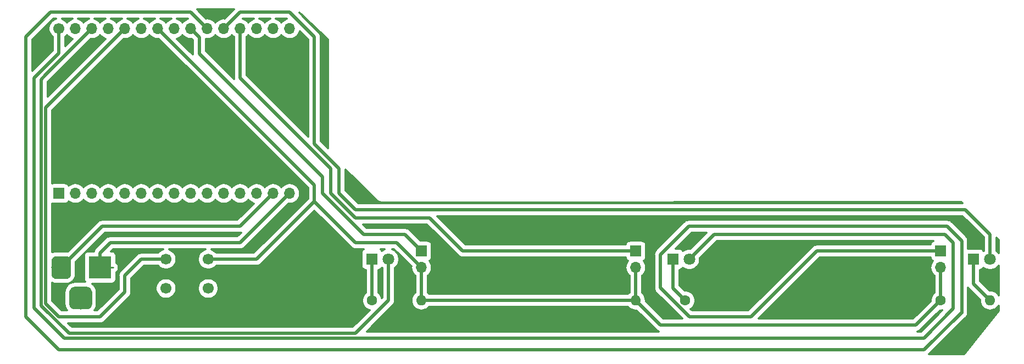
<source format=gbr>
G04 #@! TF.GenerationSoftware,KiCad,Pcbnew,(5.1.2)-1*
G04 #@! TF.CreationDate,2019-04-30T15:43:08-03:00*
G04 #@! TF.ProjectId,Eletr_nica,456c6574-72f4-46e6-9963-612e6b696361,rev?*
G04 #@! TF.SameCoordinates,Original*
G04 #@! TF.FileFunction,Copper,L2,Bot*
G04 #@! TF.FilePolarity,Positive*
%FSLAX46Y46*%
G04 Gerber Fmt 4.6, Leading zero omitted, Abs format (unit mm)*
G04 Created by KiCad (PCBNEW (5.1.2)-1) date 2019-04-30 15:43:08*
%MOMM*%
%LPD*%
G04 APERTURE LIST*
%ADD10C,1.800000*%
%ADD11R,1.800000X1.800000*%
%ADD12R,3.500000X3.500000*%
%ADD13C,0.100000*%
%ADD14C,3.000000*%
%ADD15C,3.500000*%
%ADD16R,1.700000X1.700000*%
%ADD17O,1.700000X1.700000*%
%ADD18C,1.600000*%
%ADD19O,1.600000X1.600000*%
%ADD20C,1.700000*%
%ADD21C,0.500000*%
%ADD22C,0.250000*%
%ADD23C,0.300000*%
G04 APERTURE END LIST*
D10*
X185420000Y-118110000D03*
D11*
X182880000Y-118110000D03*
X136525000Y-118110000D03*
D10*
X139065000Y-118110000D03*
X92710000Y-118110000D03*
D11*
X90170000Y-118110000D03*
D12*
X48260000Y-119380000D03*
D13*
G36*
X43083513Y-117633611D02*
G01*
X43156318Y-117644411D01*
X43227714Y-117662295D01*
X43297013Y-117687090D01*
X43363548Y-117718559D01*
X43426678Y-117756398D01*
X43485795Y-117800242D01*
X43540330Y-117849670D01*
X43589758Y-117904205D01*
X43633602Y-117963322D01*
X43671441Y-118026452D01*
X43702910Y-118092987D01*
X43727705Y-118162286D01*
X43745589Y-118233682D01*
X43756389Y-118306487D01*
X43760000Y-118380000D01*
X43760000Y-120380000D01*
X43756389Y-120453513D01*
X43745589Y-120526318D01*
X43727705Y-120597714D01*
X43702910Y-120667013D01*
X43671441Y-120733548D01*
X43633602Y-120796678D01*
X43589758Y-120855795D01*
X43540330Y-120910330D01*
X43485795Y-120959758D01*
X43426678Y-121003602D01*
X43363548Y-121041441D01*
X43297013Y-121072910D01*
X43227714Y-121097705D01*
X43156318Y-121115589D01*
X43083513Y-121126389D01*
X43010000Y-121130000D01*
X41510000Y-121130000D01*
X41436487Y-121126389D01*
X41363682Y-121115589D01*
X41292286Y-121097705D01*
X41222987Y-121072910D01*
X41156452Y-121041441D01*
X41093322Y-121003602D01*
X41034205Y-120959758D01*
X40979670Y-120910330D01*
X40930242Y-120855795D01*
X40886398Y-120796678D01*
X40848559Y-120733548D01*
X40817090Y-120667013D01*
X40792295Y-120597714D01*
X40774411Y-120526318D01*
X40763611Y-120453513D01*
X40760000Y-120380000D01*
X40760000Y-118380000D01*
X40763611Y-118306487D01*
X40774411Y-118233682D01*
X40792295Y-118162286D01*
X40817090Y-118092987D01*
X40848559Y-118026452D01*
X40886398Y-117963322D01*
X40930242Y-117904205D01*
X40979670Y-117849670D01*
X41034205Y-117800242D01*
X41093322Y-117756398D01*
X41156452Y-117718559D01*
X41222987Y-117687090D01*
X41292286Y-117662295D01*
X41363682Y-117644411D01*
X41436487Y-117633611D01*
X41510000Y-117630000D01*
X43010000Y-117630000D01*
X43083513Y-117633611D01*
X43083513Y-117633611D01*
G37*
D14*
X42260000Y-119380000D03*
D13*
G36*
X46220765Y-122334213D02*
G01*
X46305704Y-122346813D01*
X46388999Y-122367677D01*
X46469848Y-122396605D01*
X46547472Y-122433319D01*
X46621124Y-122477464D01*
X46690094Y-122528616D01*
X46753718Y-122586282D01*
X46811384Y-122649906D01*
X46862536Y-122718876D01*
X46906681Y-122792528D01*
X46943395Y-122870152D01*
X46972323Y-122951001D01*
X46993187Y-123034296D01*
X47005787Y-123119235D01*
X47010000Y-123205000D01*
X47010000Y-124955000D01*
X47005787Y-125040765D01*
X46993187Y-125125704D01*
X46972323Y-125208999D01*
X46943395Y-125289848D01*
X46906681Y-125367472D01*
X46862536Y-125441124D01*
X46811384Y-125510094D01*
X46753718Y-125573718D01*
X46690094Y-125631384D01*
X46621124Y-125682536D01*
X46547472Y-125726681D01*
X46469848Y-125763395D01*
X46388999Y-125792323D01*
X46305704Y-125813187D01*
X46220765Y-125825787D01*
X46135000Y-125830000D01*
X44385000Y-125830000D01*
X44299235Y-125825787D01*
X44214296Y-125813187D01*
X44131001Y-125792323D01*
X44050152Y-125763395D01*
X43972528Y-125726681D01*
X43898876Y-125682536D01*
X43829906Y-125631384D01*
X43766282Y-125573718D01*
X43708616Y-125510094D01*
X43657464Y-125441124D01*
X43613319Y-125367472D01*
X43576605Y-125289848D01*
X43547677Y-125208999D01*
X43526813Y-125125704D01*
X43514213Y-125040765D01*
X43510000Y-124955000D01*
X43510000Y-123205000D01*
X43514213Y-123119235D01*
X43526813Y-123034296D01*
X43547677Y-122951001D01*
X43576605Y-122870152D01*
X43613319Y-122792528D01*
X43657464Y-122718876D01*
X43708616Y-122649906D01*
X43766282Y-122586282D01*
X43829906Y-122528616D01*
X43898876Y-122477464D01*
X43972528Y-122433319D01*
X44050152Y-122396605D01*
X44131001Y-122367677D01*
X44214296Y-122346813D01*
X44299235Y-122334213D01*
X44385000Y-122330000D01*
X46135000Y-122330000D01*
X46220765Y-122334213D01*
X46220765Y-122334213D01*
G37*
D15*
X45260000Y-124080000D03*
D16*
X97790000Y-116840000D03*
D17*
X97790000Y-119380000D03*
X130810000Y-119380000D03*
D16*
X130810000Y-116840000D03*
X177800000Y-116840000D03*
D17*
X177800000Y-119380000D03*
D18*
X177800000Y-124460000D03*
D19*
X185420000Y-124460000D03*
D18*
X138430000Y-124460000D03*
D19*
X130810000Y-124460000D03*
X97790000Y-124460000D03*
D18*
X90170000Y-124460000D03*
D20*
X64920000Y-122610000D03*
X58420000Y-122610000D03*
X64920000Y-118110000D03*
X58420000Y-118110000D03*
D17*
X49530000Y-82550000D03*
X54610000Y-82550000D03*
D20*
X41910000Y-82550000D03*
D17*
X77470000Y-82550000D03*
X67310000Y-82550000D03*
X59690000Y-82550000D03*
X52070000Y-82550000D03*
X74930000Y-82550000D03*
X46990000Y-82550000D03*
X57150000Y-82550000D03*
X69850000Y-82550000D03*
X64770000Y-82550000D03*
X72390000Y-82550000D03*
X62230000Y-82550000D03*
X44450000Y-82550000D03*
X77470000Y-107950000D03*
X74930000Y-107950000D03*
X72390000Y-107950000D03*
X69850000Y-107950000D03*
X67310000Y-107950000D03*
X64770000Y-107950000D03*
X62230000Y-107950000D03*
X59690000Y-107950000D03*
X57150000Y-107950000D03*
X54610000Y-107950000D03*
X52070000Y-107950000D03*
X49530000Y-107950000D03*
X46990000Y-107950000D03*
X44450000Y-107950000D03*
D16*
X41910000Y-107950000D03*
D21*
X182880000Y-121920000D02*
X185420000Y-124460000D01*
X182880000Y-118110000D02*
X182880000Y-121920000D01*
X185420000Y-114300000D02*
X185420000Y-118110000D01*
X181610000Y-110490000D02*
X185420000Y-114300000D01*
X87630000Y-110490000D02*
X181610000Y-110490000D01*
X85090000Y-107950000D02*
X87630000Y-110490000D01*
X69850000Y-80010000D02*
X77470000Y-80010000D01*
X67310000Y-82550000D02*
X69850000Y-80010000D01*
X77470000Y-80010000D02*
X81280000Y-83820000D01*
X81280000Y-83820000D02*
X81280000Y-100330000D01*
X81280000Y-100330000D02*
X85090000Y-104140000D01*
X85090000Y-104140000D02*
X85090000Y-107950000D01*
X41910000Y-86360000D02*
X41910000Y-82550000D01*
X38100000Y-90170000D02*
X41910000Y-86360000D01*
X38100000Y-125603000D02*
X38100000Y-90170000D01*
X42737010Y-130240010D02*
X38100000Y-125603000D01*
X139065000Y-118110000D02*
X142875000Y-114300000D01*
X179705000Y-125730000D02*
X175194990Y-130240010D01*
X142875000Y-114300000D02*
X178435000Y-114300000D01*
X178435000Y-114300000D02*
X179705000Y-115570000D01*
X179705000Y-115570000D02*
X179705000Y-125730000D01*
X175194990Y-130240010D02*
X42737010Y-130240010D01*
X136525000Y-122555000D02*
X138430000Y-124460000D01*
X136525000Y-118110000D02*
X136525000Y-122555000D01*
X90170000Y-118110000D02*
X90170000Y-124460000D01*
X39878000Y-89662000D02*
X46990000Y-82550000D01*
X92710000Y-118110000D02*
X92710000Y-124460000D01*
X87630000Y-129540000D02*
X43460037Y-129540000D01*
X43460037Y-129540000D02*
X39177990Y-125257953D01*
X92710000Y-124460000D02*
X87630000Y-129540000D01*
X39177990Y-125257953D02*
X39177990Y-90362010D01*
X39177990Y-90362010D02*
X39878000Y-89662000D01*
D22*
X50260000Y-119380000D02*
X48260000Y-119380000D01*
D21*
X48260000Y-117130000D02*
X49820000Y-115570000D01*
X48260000Y-119380000D02*
X48260000Y-117130000D01*
X69850000Y-115570000D02*
X77470000Y-107950000D01*
X49820000Y-115570000D02*
X69850000Y-115570000D01*
X48610000Y-113030000D02*
X42260000Y-119380000D01*
X74930000Y-107950000D02*
X69850000Y-113030000D01*
X69850000Y-113030000D02*
X48610000Y-113030000D01*
X63530001Y-83850001D02*
X63530001Y-86390001D01*
X62230000Y-82550000D02*
X63530001Y-83850001D01*
X63530001Y-86390001D02*
X82550000Y-105410000D01*
X82550000Y-105410000D02*
X82550000Y-107950000D01*
X82550000Y-107950000D02*
X88900000Y-114300000D01*
X88900000Y-114300000D02*
X95250000Y-114300000D01*
X95250000Y-114300000D02*
X97790000Y-116840000D01*
X97790000Y-124460000D02*
X130810000Y-124460000D01*
X134620000Y-128270000D02*
X130810000Y-124460000D01*
X177800000Y-124460000D02*
X173990000Y-128270000D01*
X173990000Y-128270000D02*
X134620000Y-128270000D01*
X177800000Y-119380000D02*
X177800000Y-124460000D01*
X64920000Y-118110000D02*
X72390000Y-118110000D01*
X72390000Y-118110000D02*
X81280000Y-109220000D01*
X81280000Y-109220000D02*
X81280000Y-106680000D01*
X81280000Y-106680000D02*
X57150000Y-82550000D01*
X97790000Y-119380000D02*
X93980000Y-115570000D01*
X87630000Y-115570000D02*
X81280000Y-109220000D01*
X93980000Y-115570000D02*
X87630000Y-115570000D01*
X97790000Y-119380000D02*
X97790000Y-124460000D01*
X130810000Y-119380000D02*
X130810000Y-124460000D01*
X104140000Y-116840000D02*
X99060000Y-111760000D01*
X130810000Y-116840000D02*
X104140000Y-116840000D01*
X69850000Y-90170000D02*
X69850000Y-82550000D01*
X87630000Y-111760000D02*
X83820000Y-107950000D01*
X83820000Y-104140000D02*
X69850000Y-90170000D01*
X99060000Y-111760000D02*
X87630000Y-111760000D01*
X83820000Y-107950000D02*
X83820000Y-104140000D01*
X158750000Y-116840000D02*
X177800000Y-116840000D01*
X36830000Y-83820000D02*
X36830000Y-127000000D01*
X41910000Y-132080000D02*
X175260000Y-132080000D01*
X62230000Y-80010000D02*
X40640000Y-80010000D01*
X36830000Y-127000000D02*
X41910000Y-132080000D01*
X64770000Y-82550000D02*
X62230000Y-80010000D01*
X181040008Y-126365000D02*
X181040008Y-115280046D01*
X40640000Y-80010000D02*
X36830000Y-83820000D01*
X138994998Y-113030000D02*
X134620000Y-117404998D01*
X180975000Y-126365000D02*
X181040008Y-126365000D01*
X181040008Y-115280046D02*
X178789962Y-113030000D01*
X175260000Y-132080000D02*
X180975000Y-126365000D01*
X178789962Y-113030000D02*
X138994998Y-113030000D01*
X134620000Y-117404998D02*
X134620000Y-122500002D01*
X134620000Y-122500002D02*
X139119998Y-127000000D01*
X139119998Y-127000000D02*
X148590000Y-127000000D01*
X148590000Y-127000000D02*
X158750000Y-116840000D01*
X54610000Y-118110000D02*
X58420000Y-118110000D01*
X52070000Y-82550000D02*
X39878000Y-94742000D01*
X39878000Y-94742000D02*
X39878000Y-124968000D01*
X52070000Y-120650000D02*
X54610000Y-118110000D01*
X41910000Y-127000000D02*
X48260000Y-127000000D01*
X39878000Y-124968000D02*
X41910000Y-127000000D01*
X48260000Y-127000000D02*
X52070000Y-123190000D01*
X52070000Y-123190000D02*
X52070000Y-120650000D01*
D23*
G36*
X182044509Y-122478258D02*
G01*
X182169473Y-122630528D01*
X182207632Y-122661844D01*
X183875348Y-124329561D01*
X183862501Y-124460000D01*
X183892428Y-124763853D01*
X183981059Y-125056029D01*
X184124987Y-125325300D01*
X184318682Y-125561318D01*
X184554700Y-125755013D01*
X184823971Y-125898941D01*
X185116147Y-125987572D01*
X185343862Y-126010000D01*
X185496138Y-126010000D01*
X185723853Y-125987572D01*
X186016029Y-125898941D01*
X186285300Y-125755013D01*
X186521318Y-125561318D01*
X186715013Y-125325300D01*
X186742035Y-125274745D01*
X186742035Y-126075550D01*
X181386924Y-132767846D01*
X175989143Y-132767846D01*
X176001849Y-132752363D01*
X181502573Y-127251641D01*
X181598266Y-127200492D01*
X181750536Y-127075528D01*
X181875500Y-126923258D01*
X181968357Y-126749535D01*
X182025538Y-126561034D01*
X182044846Y-126365000D01*
X182040008Y-126315880D01*
X182040008Y-122469837D01*
X182044509Y-122478258D01*
X182044509Y-122478258D01*
G37*
X182044509Y-122478258D02*
X182169473Y-122630528D01*
X182207632Y-122661844D01*
X183875348Y-124329561D01*
X183862501Y-124460000D01*
X183892428Y-124763853D01*
X183981059Y-125056029D01*
X184124987Y-125325300D01*
X184318682Y-125561318D01*
X184554700Y-125755013D01*
X184823971Y-125898941D01*
X185116147Y-125987572D01*
X185343862Y-126010000D01*
X185496138Y-126010000D01*
X185723853Y-125987572D01*
X186016029Y-125898941D01*
X186285300Y-125755013D01*
X186521318Y-125561318D01*
X186715013Y-125325300D01*
X186742035Y-125274745D01*
X186742035Y-126075550D01*
X181386924Y-132767846D01*
X175989143Y-132767846D01*
X176001849Y-132752363D01*
X181502573Y-127251641D01*
X181598266Y-127200492D01*
X181750536Y-127075528D01*
X181875500Y-126923258D01*
X181968357Y-126749535D01*
X182025538Y-126561034D01*
X182044846Y-126365000D01*
X182040008Y-126315880D01*
X182040008Y-122469837D01*
X182044509Y-122478258D01*
G36*
X96199611Y-119203824D02*
G01*
X96182259Y-119380000D01*
X96213151Y-119693655D01*
X96304641Y-119995256D01*
X96453212Y-120273213D01*
X96653155Y-120516845D01*
X96790000Y-120629151D01*
X96790001Y-123275532D01*
X96688682Y-123358682D01*
X96494987Y-123594700D01*
X96351059Y-123863971D01*
X96262428Y-124156147D01*
X96232501Y-124460000D01*
X96262428Y-124763853D01*
X96351059Y-125056029D01*
X96494987Y-125325300D01*
X96688682Y-125561318D01*
X96924700Y-125755013D01*
X97193971Y-125898941D01*
X97486147Y-125987572D01*
X97713862Y-126010000D01*
X97866138Y-126010000D01*
X98093853Y-125987572D01*
X98386029Y-125898941D01*
X98655300Y-125755013D01*
X98891318Y-125561318D01*
X98974468Y-125460000D01*
X129625532Y-125460000D01*
X129708682Y-125561318D01*
X129944700Y-125755013D01*
X130213971Y-125898941D01*
X130506147Y-125987572D01*
X130733862Y-126010000D01*
X130886138Y-126010000D01*
X130940439Y-126004652D01*
X133878160Y-128942374D01*
X133909472Y-128980528D01*
X133947625Y-129011839D01*
X133947626Y-129011840D01*
X134061742Y-129105492D01*
X134235465Y-129198349D01*
X134372803Y-129240010D01*
X89344202Y-129240010D01*
X93382368Y-125201845D01*
X93420528Y-125170528D01*
X93545492Y-125018258D01*
X93638349Y-124844535D01*
X93695530Y-124656034D01*
X93710000Y-124509120D01*
X93714838Y-124460000D01*
X93710000Y-124410880D01*
X93710000Y-119426260D01*
X93761814Y-119391639D01*
X93991639Y-119161814D01*
X94172211Y-118891568D01*
X94296592Y-118591287D01*
X94360000Y-118272511D01*
X94360000Y-117947489D01*
X94296592Y-117628713D01*
X94172211Y-117328432D01*
X93991639Y-117058186D01*
X93761814Y-116828361D01*
X93491568Y-116647789D01*
X93303770Y-116570000D01*
X93565788Y-116570000D01*
X96199611Y-119203824D01*
X96199611Y-119203824D01*
G37*
X96199611Y-119203824D02*
X96182259Y-119380000D01*
X96213151Y-119693655D01*
X96304641Y-119995256D01*
X96453212Y-120273213D01*
X96653155Y-120516845D01*
X96790000Y-120629151D01*
X96790001Y-123275532D01*
X96688682Y-123358682D01*
X96494987Y-123594700D01*
X96351059Y-123863971D01*
X96262428Y-124156147D01*
X96232501Y-124460000D01*
X96262428Y-124763853D01*
X96351059Y-125056029D01*
X96494987Y-125325300D01*
X96688682Y-125561318D01*
X96924700Y-125755013D01*
X97193971Y-125898941D01*
X97486147Y-125987572D01*
X97713862Y-126010000D01*
X97866138Y-126010000D01*
X98093853Y-125987572D01*
X98386029Y-125898941D01*
X98655300Y-125755013D01*
X98891318Y-125561318D01*
X98974468Y-125460000D01*
X129625532Y-125460000D01*
X129708682Y-125561318D01*
X129944700Y-125755013D01*
X130213971Y-125898941D01*
X130506147Y-125987572D01*
X130733862Y-126010000D01*
X130886138Y-126010000D01*
X130940439Y-126004652D01*
X133878160Y-128942374D01*
X133909472Y-128980528D01*
X133947625Y-129011839D01*
X133947626Y-129011840D01*
X134061742Y-129105492D01*
X134235465Y-129198349D01*
X134372803Y-129240010D01*
X89344202Y-129240010D01*
X93382368Y-125201845D01*
X93420528Y-125170528D01*
X93545492Y-125018258D01*
X93638349Y-124844535D01*
X93695530Y-124656034D01*
X93710000Y-124509120D01*
X93714838Y-124460000D01*
X93710000Y-124410880D01*
X93710000Y-119426260D01*
X93761814Y-119391639D01*
X93991639Y-119161814D01*
X94172211Y-118891568D01*
X94296592Y-118591287D01*
X94360000Y-118272511D01*
X94360000Y-117947489D01*
X94296592Y-117628713D01*
X94172211Y-117328432D01*
X93991639Y-117058186D01*
X93761814Y-116828361D01*
X93491568Y-116647789D01*
X93303770Y-116570000D01*
X93565788Y-116570000D01*
X96199611Y-119203824D01*
G36*
X174780778Y-129240010D02*
G01*
X174237197Y-129240010D01*
X174374535Y-129198349D01*
X174548258Y-129105492D01*
X174700528Y-128980528D01*
X174731849Y-128942363D01*
X177664214Y-126010000D01*
X177952662Y-126010000D01*
X178025220Y-125995567D01*
X174780778Y-129240010D01*
X174780778Y-129240010D01*
G37*
X174780778Y-129240010D02*
X174237197Y-129240010D01*
X174374535Y-129198349D01*
X174548258Y-129105492D01*
X174700528Y-128980528D01*
X174731849Y-128942363D01*
X177664214Y-126010000D01*
X177952662Y-126010000D01*
X178025220Y-125995567D01*
X174780778Y-129240010D01*
G36*
X86888155Y-116242368D02*
G01*
X86919472Y-116280528D01*
X87071742Y-116405492D01*
X87245465Y-116498349D01*
X87433966Y-116555530D01*
X87580880Y-116570000D01*
X87580881Y-116570000D01*
X87629999Y-116574838D01*
X87679117Y-116570000D01*
X88876341Y-116570000D01*
X88851307Y-116583381D01*
X88737105Y-116677105D01*
X88643381Y-116791307D01*
X88573739Y-116921599D01*
X88530853Y-117062974D01*
X88516372Y-117210000D01*
X88516372Y-119010000D01*
X88530853Y-119157026D01*
X88573739Y-119298401D01*
X88643381Y-119428693D01*
X88737105Y-119542895D01*
X88851307Y-119636619D01*
X88981599Y-119706261D01*
X89122974Y-119749147D01*
X89170000Y-119753779D01*
X89170001Y-123267967D01*
X88966036Y-123471932D01*
X88796408Y-123725800D01*
X88679565Y-124007882D01*
X88620000Y-124307338D01*
X88620000Y-124612662D01*
X88679565Y-124912118D01*
X88796408Y-125194200D01*
X88966036Y-125448068D01*
X89181932Y-125663964D01*
X89435800Y-125833592D01*
X89717882Y-125950435D01*
X89790840Y-125964947D01*
X87215788Y-128540000D01*
X43874250Y-128540000D01*
X43334250Y-128000000D01*
X48210880Y-128000000D01*
X48260000Y-128004838D01*
X48309120Y-128000000D01*
X48456034Y-127985530D01*
X48644535Y-127928349D01*
X48818258Y-127835492D01*
X48970528Y-127710528D01*
X49001849Y-127672363D01*
X52742374Y-123931840D01*
X52780528Y-123900528D01*
X52905492Y-123748258D01*
X52998349Y-123574535D01*
X53055530Y-123386034D01*
X53070000Y-123239120D01*
X53070000Y-123239119D01*
X53074838Y-123190000D01*
X53070000Y-123140880D01*
X53070000Y-122452414D01*
X56820000Y-122452414D01*
X56820000Y-122767586D01*
X56881487Y-123076703D01*
X57002098Y-123367884D01*
X57177199Y-123629941D01*
X57400059Y-123852801D01*
X57662116Y-124027902D01*
X57953297Y-124148513D01*
X58262414Y-124210000D01*
X58577586Y-124210000D01*
X58886703Y-124148513D01*
X59177884Y-124027902D01*
X59439941Y-123852801D01*
X59662801Y-123629941D01*
X59837902Y-123367884D01*
X59958513Y-123076703D01*
X60020000Y-122767586D01*
X60020000Y-122452414D01*
X63320000Y-122452414D01*
X63320000Y-122767586D01*
X63381487Y-123076703D01*
X63502098Y-123367884D01*
X63677199Y-123629941D01*
X63900059Y-123852801D01*
X64162116Y-124027902D01*
X64453297Y-124148513D01*
X64762414Y-124210000D01*
X65077586Y-124210000D01*
X65386703Y-124148513D01*
X65677884Y-124027902D01*
X65939941Y-123852801D01*
X66162801Y-123629941D01*
X66337902Y-123367884D01*
X66458513Y-123076703D01*
X66520000Y-122767586D01*
X66520000Y-122452414D01*
X66458513Y-122143297D01*
X66337902Y-121852116D01*
X66162801Y-121590059D01*
X65939941Y-121367199D01*
X65677884Y-121192098D01*
X65386703Y-121071487D01*
X65077586Y-121010000D01*
X64762414Y-121010000D01*
X64453297Y-121071487D01*
X64162116Y-121192098D01*
X63900059Y-121367199D01*
X63677199Y-121590059D01*
X63502098Y-121852116D01*
X63381487Y-122143297D01*
X63320000Y-122452414D01*
X60020000Y-122452414D01*
X59958513Y-122143297D01*
X59837902Y-121852116D01*
X59662801Y-121590059D01*
X59439941Y-121367199D01*
X59177884Y-121192098D01*
X58886703Y-121071487D01*
X58577586Y-121010000D01*
X58262414Y-121010000D01*
X57953297Y-121071487D01*
X57662116Y-121192098D01*
X57400059Y-121367199D01*
X57177199Y-121590059D01*
X57002098Y-121852116D01*
X56881487Y-122143297D01*
X56820000Y-122452414D01*
X53070000Y-122452414D01*
X53070000Y-121064212D01*
X55024214Y-119110000D01*
X57163875Y-119110000D01*
X57177199Y-119129941D01*
X57400059Y-119352801D01*
X57662116Y-119527902D01*
X57953297Y-119648513D01*
X58262414Y-119710000D01*
X58577586Y-119710000D01*
X58886703Y-119648513D01*
X59177884Y-119527902D01*
X59439941Y-119352801D01*
X59662801Y-119129941D01*
X59837902Y-118867884D01*
X59958513Y-118576703D01*
X60020000Y-118267586D01*
X60020000Y-117952414D01*
X59958513Y-117643297D01*
X59837902Y-117352116D01*
X59662801Y-117090059D01*
X59439941Y-116867199D01*
X59177884Y-116692098D01*
X58886703Y-116571487D01*
X58879227Y-116570000D01*
X64460773Y-116570000D01*
X64453297Y-116571487D01*
X64162116Y-116692098D01*
X63900059Y-116867199D01*
X63677199Y-117090059D01*
X63502098Y-117352116D01*
X63381487Y-117643297D01*
X63320000Y-117952414D01*
X63320000Y-118267586D01*
X63381487Y-118576703D01*
X63502098Y-118867884D01*
X63677199Y-119129941D01*
X63900059Y-119352801D01*
X64162116Y-119527902D01*
X64453297Y-119648513D01*
X64762414Y-119710000D01*
X65077586Y-119710000D01*
X65386703Y-119648513D01*
X65677884Y-119527902D01*
X65939941Y-119352801D01*
X66162801Y-119129941D01*
X66176125Y-119110000D01*
X72340880Y-119110000D01*
X72390000Y-119114838D01*
X72439120Y-119110000D01*
X72586034Y-119095530D01*
X72774535Y-119038349D01*
X72948258Y-118945492D01*
X73100528Y-118820528D01*
X73131849Y-118782363D01*
X81280001Y-110634213D01*
X86888155Y-116242368D01*
X86888155Y-116242368D01*
G37*
X86888155Y-116242368D02*
X86919472Y-116280528D01*
X87071742Y-116405492D01*
X87245465Y-116498349D01*
X87433966Y-116555530D01*
X87580880Y-116570000D01*
X87580881Y-116570000D01*
X87629999Y-116574838D01*
X87679117Y-116570000D01*
X88876341Y-116570000D01*
X88851307Y-116583381D01*
X88737105Y-116677105D01*
X88643381Y-116791307D01*
X88573739Y-116921599D01*
X88530853Y-117062974D01*
X88516372Y-117210000D01*
X88516372Y-119010000D01*
X88530853Y-119157026D01*
X88573739Y-119298401D01*
X88643381Y-119428693D01*
X88737105Y-119542895D01*
X88851307Y-119636619D01*
X88981599Y-119706261D01*
X89122974Y-119749147D01*
X89170000Y-119753779D01*
X89170001Y-123267967D01*
X88966036Y-123471932D01*
X88796408Y-123725800D01*
X88679565Y-124007882D01*
X88620000Y-124307338D01*
X88620000Y-124612662D01*
X88679565Y-124912118D01*
X88796408Y-125194200D01*
X88966036Y-125448068D01*
X89181932Y-125663964D01*
X89435800Y-125833592D01*
X89717882Y-125950435D01*
X89790840Y-125964947D01*
X87215788Y-128540000D01*
X43874250Y-128540000D01*
X43334250Y-128000000D01*
X48210880Y-128000000D01*
X48260000Y-128004838D01*
X48309120Y-128000000D01*
X48456034Y-127985530D01*
X48644535Y-127928349D01*
X48818258Y-127835492D01*
X48970528Y-127710528D01*
X49001849Y-127672363D01*
X52742374Y-123931840D01*
X52780528Y-123900528D01*
X52905492Y-123748258D01*
X52998349Y-123574535D01*
X53055530Y-123386034D01*
X53070000Y-123239120D01*
X53070000Y-123239119D01*
X53074838Y-123190000D01*
X53070000Y-123140880D01*
X53070000Y-122452414D01*
X56820000Y-122452414D01*
X56820000Y-122767586D01*
X56881487Y-123076703D01*
X57002098Y-123367884D01*
X57177199Y-123629941D01*
X57400059Y-123852801D01*
X57662116Y-124027902D01*
X57953297Y-124148513D01*
X58262414Y-124210000D01*
X58577586Y-124210000D01*
X58886703Y-124148513D01*
X59177884Y-124027902D01*
X59439941Y-123852801D01*
X59662801Y-123629941D01*
X59837902Y-123367884D01*
X59958513Y-123076703D01*
X60020000Y-122767586D01*
X60020000Y-122452414D01*
X63320000Y-122452414D01*
X63320000Y-122767586D01*
X63381487Y-123076703D01*
X63502098Y-123367884D01*
X63677199Y-123629941D01*
X63900059Y-123852801D01*
X64162116Y-124027902D01*
X64453297Y-124148513D01*
X64762414Y-124210000D01*
X65077586Y-124210000D01*
X65386703Y-124148513D01*
X65677884Y-124027902D01*
X65939941Y-123852801D01*
X66162801Y-123629941D01*
X66337902Y-123367884D01*
X66458513Y-123076703D01*
X66520000Y-122767586D01*
X66520000Y-122452414D01*
X66458513Y-122143297D01*
X66337902Y-121852116D01*
X66162801Y-121590059D01*
X65939941Y-121367199D01*
X65677884Y-121192098D01*
X65386703Y-121071487D01*
X65077586Y-121010000D01*
X64762414Y-121010000D01*
X64453297Y-121071487D01*
X64162116Y-121192098D01*
X63900059Y-121367199D01*
X63677199Y-121590059D01*
X63502098Y-121852116D01*
X63381487Y-122143297D01*
X63320000Y-122452414D01*
X60020000Y-122452414D01*
X59958513Y-122143297D01*
X59837902Y-121852116D01*
X59662801Y-121590059D01*
X59439941Y-121367199D01*
X59177884Y-121192098D01*
X58886703Y-121071487D01*
X58577586Y-121010000D01*
X58262414Y-121010000D01*
X57953297Y-121071487D01*
X57662116Y-121192098D01*
X57400059Y-121367199D01*
X57177199Y-121590059D01*
X57002098Y-121852116D01*
X56881487Y-122143297D01*
X56820000Y-122452414D01*
X53070000Y-122452414D01*
X53070000Y-121064212D01*
X55024214Y-119110000D01*
X57163875Y-119110000D01*
X57177199Y-119129941D01*
X57400059Y-119352801D01*
X57662116Y-119527902D01*
X57953297Y-119648513D01*
X58262414Y-119710000D01*
X58577586Y-119710000D01*
X58886703Y-119648513D01*
X59177884Y-119527902D01*
X59439941Y-119352801D01*
X59662801Y-119129941D01*
X59837902Y-118867884D01*
X59958513Y-118576703D01*
X60020000Y-118267586D01*
X60020000Y-117952414D01*
X59958513Y-117643297D01*
X59837902Y-117352116D01*
X59662801Y-117090059D01*
X59439941Y-116867199D01*
X59177884Y-116692098D01*
X58886703Y-116571487D01*
X58879227Y-116570000D01*
X64460773Y-116570000D01*
X64453297Y-116571487D01*
X64162116Y-116692098D01*
X63900059Y-116867199D01*
X63677199Y-117090059D01*
X63502098Y-117352116D01*
X63381487Y-117643297D01*
X63320000Y-117952414D01*
X63320000Y-118267586D01*
X63381487Y-118576703D01*
X63502098Y-118867884D01*
X63677199Y-119129941D01*
X63900059Y-119352801D01*
X64162116Y-119527902D01*
X64453297Y-119648513D01*
X64762414Y-119710000D01*
X65077586Y-119710000D01*
X65386703Y-119648513D01*
X65677884Y-119527902D01*
X65939941Y-119352801D01*
X66162801Y-119129941D01*
X66176125Y-119110000D01*
X72340880Y-119110000D01*
X72390000Y-119114838D01*
X72439120Y-119110000D01*
X72586034Y-119095530D01*
X72774535Y-119038349D01*
X72948258Y-118945492D01*
X73100528Y-118820528D01*
X73131849Y-118782363D01*
X81280001Y-110634213D01*
X86888155Y-116242368D01*
G36*
X184420000Y-114714214D02*
G01*
X184420001Y-116793740D01*
X184411099Y-116799688D01*
X184406619Y-116791307D01*
X184312895Y-116677105D01*
X184198693Y-116583381D01*
X184068401Y-116513739D01*
X183927026Y-116470853D01*
X183780000Y-116456372D01*
X182040008Y-116456372D01*
X182040008Y-115329166D01*
X182044846Y-115280046D01*
X182025538Y-115084012D01*
X181968357Y-114895511D01*
X181875500Y-114721788D01*
X181781848Y-114607672D01*
X181750536Y-114569518D01*
X181712382Y-114538206D01*
X179531811Y-112357637D01*
X179500490Y-112319472D01*
X179348220Y-112194508D01*
X179174497Y-112101651D01*
X178985996Y-112044470D01*
X178839082Y-112030000D01*
X178789962Y-112025162D01*
X178740842Y-112030000D01*
X139044118Y-112030000D01*
X138994998Y-112025162D01*
X138945878Y-112030000D01*
X138798964Y-112044470D01*
X138610463Y-112101651D01*
X138436740Y-112194508D01*
X138284470Y-112319472D01*
X138253158Y-112357626D01*
X133947637Y-116663149D01*
X133909472Y-116694470D01*
X133784508Y-116846740D01*
X133707491Y-116990829D01*
X133691651Y-117020464D01*
X133634470Y-117208964D01*
X133615162Y-117404998D01*
X133620000Y-117454118D01*
X133620001Y-122450872D01*
X133615162Y-122500002D01*
X133634470Y-122696036D01*
X133691651Y-122884536D01*
X133721049Y-122939535D01*
X133784509Y-123058260D01*
X133909473Y-123210530D01*
X133947632Y-123241846D01*
X137975785Y-127270000D01*
X135034214Y-127270000D01*
X132354652Y-124590439D01*
X132367499Y-124460000D01*
X132337572Y-124156147D01*
X132248941Y-123863971D01*
X132105013Y-123594700D01*
X131911318Y-123358682D01*
X131810000Y-123275532D01*
X131810000Y-120629150D01*
X131946845Y-120516845D01*
X132146788Y-120273213D01*
X132295359Y-119995256D01*
X132386849Y-119693655D01*
X132417741Y-119380000D01*
X132386849Y-119066345D01*
X132295359Y-118764744D01*
X132146788Y-118486787D01*
X132028954Y-118343205D01*
X132078693Y-118316619D01*
X132192895Y-118222895D01*
X132286619Y-118108693D01*
X132356261Y-117978401D01*
X132399147Y-117837026D01*
X132413628Y-117690000D01*
X132413628Y-115990000D01*
X132399147Y-115842974D01*
X132356261Y-115701599D01*
X132286619Y-115571307D01*
X132192895Y-115457105D01*
X132078693Y-115363381D01*
X131948401Y-115293739D01*
X131807026Y-115250853D01*
X131660000Y-115236372D01*
X129960000Y-115236372D01*
X129812974Y-115250853D01*
X129671599Y-115293739D01*
X129541307Y-115363381D01*
X129427105Y-115457105D01*
X129333381Y-115571307D01*
X129263739Y-115701599D01*
X129221755Y-115840000D01*
X104554213Y-115840000D01*
X100204212Y-111490000D01*
X181195788Y-111490000D01*
X184420000Y-114714214D01*
X184420000Y-114714214D01*
G37*
X184420000Y-114714214D02*
X184420001Y-116793740D01*
X184411099Y-116799688D01*
X184406619Y-116791307D01*
X184312895Y-116677105D01*
X184198693Y-116583381D01*
X184068401Y-116513739D01*
X183927026Y-116470853D01*
X183780000Y-116456372D01*
X182040008Y-116456372D01*
X182040008Y-115329166D01*
X182044846Y-115280046D01*
X182025538Y-115084012D01*
X181968357Y-114895511D01*
X181875500Y-114721788D01*
X181781848Y-114607672D01*
X181750536Y-114569518D01*
X181712382Y-114538206D01*
X179531811Y-112357637D01*
X179500490Y-112319472D01*
X179348220Y-112194508D01*
X179174497Y-112101651D01*
X178985996Y-112044470D01*
X178839082Y-112030000D01*
X178789962Y-112025162D01*
X178740842Y-112030000D01*
X139044118Y-112030000D01*
X138994998Y-112025162D01*
X138945878Y-112030000D01*
X138798964Y-112044470D01*
X138610463Y-112101651D01*
X138436740Y-112194508D01*
X138284470Y-112319472D01*
X138253158Y-112357626D01*
X133947637Y-116663149D01*
X133909472Y-116694470D01*
X133784508Y-116846740D01*
X133707491Y-116990829D01*
X133691651Y-117020464D01*
X133634470Y-117208964D01*
X133615162Y-117404998D01*
X133620000Y-117454118D01*
X133620001Y-122450872D01*
X133615162Y-122500002D01*
X133634470Y-122696036D01*
X133691651Y-122884536D01*
X133721049Y-122939535D01*
X133784509Y-123058260D01*
X133909473Y-123210530D01*
X133947632Y-123241846D01*
X137975785Y-127270000D01*
X135034214Y-127270000D01*
X132354652Y-124590439D01*
X132367499Y-124460000D01*
X132337572Y-124156147D01*
X132248941Y-123863971D01*
X132105013Y-123594700D01*
X131911318Y-123358682D01*
X131810000Y-123275532D01*
X131810000Y-120629150D01*
X131946845Y-120516845D01*
X132146788Y-120273213D01*
X132295359Y-119995256D01*
X132386849Y-119693655D01*
X132417741Y-119380000D01*
X132386849Y-119066345D01*
X132295359Y-118764744D01*
X132146788Y-118486787D01*
X132028954Y-118343205D01*
X132078693Y-118316619D01*
X132192895Y-118222895D01*
X132286619Y-118108693D01*
X132356261Y-117978401D01*
X132399147Y-117837026D01*
X132413628Y-117690000D01*
X132413628Y-115990000D01*
X132399147Y-115842974D01*
X132356261Y-115701599D01*
X132286619Y-115571307D01*
X132192895Y-115457105D01*
X132078693Y-115363381D01*
X131948401Y-115293739D01*
X131807026Y-115250853D01*
X131660000Y-115236372D01*
X129960000Y-115236372D01*
X129812974Y-115250853D01*
X129671599Y-115293739D01*
X129541307Y-115363381D01*
X129427105Y-115457105D01*
X129333381Y-115571307D01*
X129263739Y-115701599D01*
X129221755Y-115840000D01*
X104554213Y-115840000D01*
X100204212Y-111490000D01*
X181195788Y-111490000D01*
X184420000Y-114714214D01*
G36*
X176253739Y-117978401D02*
G01*
X176323381Y-118108693D01*
X176417105Y-118222895D01*
X176531307Y-118316619D01*
X176581046Y-118343205D01*
X176463212Y-118486787D01*
X176314641Y-118764744D01*
X176223151Y-119066345D01*
X176192259Y-119380000D01*
X176223151Y-119693655D01*
X176314641Y-119995256D01*
X176463212Y-120273213D01*
X176663155Y-120516845D01*
X176800000Y-120629151D01*
X176800001Y-123267967D01*
X176596036Y-123471932D01*
X176426408Y-123725800D01*
X176309565Y-124007882D01*
X176250000Y-124307338D01*
X176250000Y-124595786D01*
X173575788Y-127270000D01*
X149734212Y-127270000D01*
X159164214Y-117840000D01*
X176211755Y-117840000D01*
X176253739Y-117978401D01*
X176253739Y-117978401D01*
G37*
X176253739Y-117978401D02*
X176323381Y-118108693D01*
X176417105Y-118222895D01*
X176531307Y-118316619D01*
X176581046Y-118343205D01*
X176463212Y-118486787D01*
X176314641Y-118764744D01*
X176223151Y-119066345D01*
X176192259Y-119380000D01*
X176223151Y-119693655D01*
X176314641Y-119995256D01*
X176463212Y-120273213D01*
X176663155Y-120516845D01*
X176800000Y-120629151D01*
X176800001Y-123267967D01*
X176596036Y-123471932D01*
X176426408Y-123725800D01*
X176309565Y-124007882D01*
X176250000Y-124307338D01*
X176250000Y-124595786D01*
X173575788Y-127270000D01*
X149734212Y-127270000D01*
X159164214Y-117840000D01*
X176211755Y-117840000D01*
X176253739Y-117978401D01*
G36*
X176531307Y-115363381D02*
G01*
X176417105Y-115457105D01*
X176323381Y-115571307D01*
X176253739Y-115701599D01*
X176211755Y-115840000D01*
X158799120Y-115840000D01*
X158750000Y-115835162D01*
X158700880Y-115840000D01*
X158553966Y-115854470D01*
X158365465Y-115911651D01*
X158191742Y-116004508D01*
X158039472Y-116129472D01*
X158008161Y-116167625D01*
X148175788Y-126000000D01*
X139534211Y-126000000D01*
X139286251Y-125752040D01*
X139418068Y-125663964D01*
X139633964Y-125448068D01*
X139803592Y-125194200D01*
X139920435Y-124912118D01*
X139980000Y-124612662D01*
X139980000Y-124307338D01*
X139920435Y-124007882D01*
X139803592Y-123725800D01*
X139633964Y-123471932D01*
X139418068Y-123256036D01*
X139164200Y-123086408D01*
X138882118Y-122969565D01*
X138582662Y-122910000D01*
X138294213Y-122910000D01*
X137525000Y-122140788D01*
X137525000Y-119753779D01*
X137572026Y-119749147D01*
X137713401Y-119706261D01*
X137843693Y-119636619D01*
X137957895Y-119542895D01*
X138051619Y-119428693D01*
X138056099Y-119420312D01*
X138283432Y-119572211D01*
X138583713Y-119696592D01*
X138902489Y-119760000D01*
X139227511Y-119760000D01*
X139546287Y-119696592D01*
X139846568Y-119572211D01*
X140116814Y-119391639D01*
X140346639Y-119161814D01*
X140527211Y-118891568D01*
X140651592Y-118591287D01*
X140715000Y-118272511D01*
X140715000Y-117947489D01*
X140702843Y-117886370D01*
X143289214Y-115300000D01*
X176649885Y-115300000D01*
X176531307Y-115363381D01*
X176531307Y-115363381D01*
G37*
X176531307Y-115363381D02*
X176417105Y-115457105D01*
X176323381Y-115571307D01*
X176253739Y-115701599D01*
X176211755Y-115840000D01*
X158799120Y-115840000D01*
X158750000Y-115835162D01*
X158700880Y-115840000D01*
X158553966Y-115854470D01*
X158365465Y-115911651D01*
X158191742Y-116004508D01*
X158039472Y-116129472D01*
X158008161Y-116167625D01*
X148175788Y-126000000D01*
X139534211Y-126000000D01*
X139286251Y-125752040D01*
X139418068Y-125663964D01*
X139633964Y-125448068D01*
X139803592Y-125194200D01*
X139920435Y-124912118D01*
X139980000Y-124612662D01*
X139980000Y-124307338D01*
X139920435Y-124007882D01*
X139803592Y-123725800D01*
X139633964Y-123471932D01*
X139418068Y-123256036D01*
X139164200Y-123086408D01*
X138882118Y-122969565D01*
X138582662Y-122910000D01*
X138294213Y-122910000D01*
X137525000Y-122140788D01*
X137525000Y-119753779D01*
X137572026Y-119749147D01*
X137713401Y-119706261D01*
X137843693Y-119636619D01*
X137957895Y-119542895D01*
X138051619Y-119428693D01*
X138056099Y-119420312D01*
X138283432Y-119572211D01*
X138583713Y-119696592D01*
X138902489Y-119760000D01*
X139227511Y-119760000D01*
X139546287Y-119696592D01*
X139846568Y-119572211D01*
X140116814Y-119391639D01*
X140346639Y-119161814D01*
X140527211Y-118891568D01*
X140651592Y-118591287D01*
X140715000Y-118272511D01*
X140715000Y-117947489D01*
X140702843Y-117886370D01*
X143289214Y-115300000D01*
X176649885Y-115300000D01*
X176531307Y-115363381D01*
G36*
X57953297Y-116571487D02*
G01*
X57662116Y-116692098D01*
X57400059Y-116867199D01*
X57177199Y-117090059D01*
X57163875Y-117110000D01*
X54659117Y-117110000D01*
X54609999Y-117105162D01*
X54560881Y-117110000D01*
X54560880Y-117110000D01*
X54413966Y-117124470D01*
X54225465Y-117181651D01*
X54051742Y-117274508D01*
X53899472Y-117399472D01*
X53868160Y-117437626D01*
X51397632Y-119908156D01*
X51359473Y-119939472D01*
X51234509Y-120091742D01*
X51184875Y-120184600D01*
X51141651Y-120265466D01*
X51084470Y-120453966D01*
X51065162Y-120650000D01*
X51070001Y-120699130D01*
X51070000Y-122775786D01*
X47845788Y-126000000D01*
X47374110Y-126000000D01*
X47489155Y-125859817D01*
X47639656Y-125578249D01*
X47732334Y-125272730D01*
X47763628Y-124955000D01*
X47763628Y-123205000D01*
X47732334Y-122887270D01*
X47639656Y-122581751D01*
X47489155Y-122300183D01*
X47286614Y-122053386D01*
X47079763Y-121883628D01*
X50010000Y-121883628D01*
X50157026Y-121869147D01*
X50298401Y-121826261D01*
X50428693Y-121756619D01*
X50542895Y-121662895D01*
X50636619Y-121548693D01*
X50706261Y-121418401D01*
X50749147Y-121277026D01*
X50763628Y-121130000D01*
X50763628Y-120098621D01*
X50881712Y-120001712D01*
X50991056Y-119868476D01*
X51072305Y-119716468D01*
X51122339Y-119551530D01*
X51139233Y-119380000D01*
X51122339Y-119208470D01*
X51072305Y-119043532D01*
X50991056Y-118891524D01*
X50881712Y-118758288D01*
X50763628Y-118661379D01*
X50763628Y-117630000D01*
X50749147Y-117482974D01*
X50706261Y-117341599D01*
X50636619Y-117211307D01*
X50542895Y-117097105D01*
X50428693Y-117003381D01*
X50298401Y-116933739D01*
X50157026Y-116890853D01*
X50010000Y-116876372D01*
X49927841Y-116876372D01*
X50234213Y-116570000D01*
X57960773Y-116570000D01*
X57953297Y-116571487D01*
X57953297Y-116571487D01*
G37*
X57953297Y-116571487D02*
X57662116Y-116692098D01*
X57400059Y-116867199D01*
X57177199Y-117090059D01*
X57163875Y-117110000D01*
X54659117Y-117110000D01*
X54609999Y-117105162D01*
X54560881Y-117110000D01*
X54560880Y-117110000D01*
X54413966Y-117124470D01*
X54225465Y-117181651D01*
X54051742Y-117274508D01*
X53899472Y-117399472D01*
X53868160Y-117437626D01*
X51397632Y-119908156D01*
X51359473Y-119939472D01*
X51234509Y-120091742D01*
X51184875Y-120184600D01*
X51141651Y-120265466D01*
X51084470Y-120453966D01*
X51065162Y-120650000D01*
X51070001Y-120699130D01*
X51070000Y-122775786D01*
X47845788Y-126000000D01*
X47374110Y-126000000D01*
X47489155Y-125859817D01*
X47639656Y-125578249D01*
X47732334Y-125272730D01*
X47763628Y-124955000D01*
X47763628Y-123205000D01*
X47732334Y-122887270D01*
X47639656Y-122581751D01*
X47489155Y-122300183D01*
X47286614Y-122053386D01*
X47079763Y-121883628D01*
X50010000Y-121883628D01*
X50157026Y-121869147D01*
X50298401Y-121826261D01*
X50428693Y-121756619D01*
X50542895Y-121662895D01*
X50636619Y-121548693D01*
X50706261Y-121418401D01*
X50749147Y-121277026D01*
X50763628Y-121130000D01*
X50763628Y-120098621D01*
X50881712Y-120001712D01*
X50991056Y-119868476D01*
X51072305Y-119716468D01*
X51122339Y-119551530D01*
X51139233Y-119380000D01*
X51122339Y-119208470D01*
X51072305Y-119043532D01*
X50991056Y-118891524D01*
X50881712Y-118758288D01*
X50763628Y-118661379D01*
X50763628Y-117630000D01*
X50749147Y-117482974D01*
X50706261Y-117341599D01*
X50636619Y-117211307D01*
X50542895Y-117097105D01*
X50428693Y-117003381D01*
X50298401Y-116933739D01*
X50157026Y-116890853D01*
X50010000Y-116876372D01*
X49927841Y-116876372D01*
X50234213Y-116570000D01*
X57960773Y-116570000D01*
X57953297Y-116571487D01*
G36*
X69435788Y-114570000D02*
G01*
X49869117Y-114570000D01*
X49819999Y-114565162D01*
X49770881Y-114570000D01*
X49770880Y-114570000D01*
X49623966Y-114584470D01*
X49435465Y-114641651D01*
X49261742Y-114734508D01*
X49109472Y-114859472D01*
X49078155Y-114897632D01*
X47587632Y-116388156D01*
X47549473Y-116419472D01*
X47424509Y-116571742D01*
X47383861Y-116647789D01*
X47331651Y-116745466D01*
X47291941Y-116876372D01*
X46510000Y-116876372D01*
X46362974Y-116890853D01*
X46221599Y-116933739D01*
X46091307Y-117003381D01*
X45977105Y-117097105D01*
X45883381Y-117211307D01*
X45813739Y-117341599D01*
X45770853Y-117482974D01*
X45756372Y-117630000D01*
X45756372Y-121130000D01*
X45770853Y-121277026D01*
X45813739Y-121418401D01*
X45883381Y-121548693D01*
X45906097Y-121576372D01*
X44385000Y-121576372D01*
X44067270Y-121607666D01*
X43761751Y-121700344D01*
X43480183Y-121850845D01*
X43233386Y-122053386D01*
X43030845Y-122300183D01*
X42880344Y-122581751D01*
X42787666Y-122887270D01*
X42756372Y-123205000D01*
X42756372Y-124955000D01*
X42787666Y-125272730D01*
X42880344Y-125578249D01*
X43030845Y-125859817D01*
X43145890Y-126000000D01*
X42324213Y-126000000D01*
X40878000Y-124553788D01*
X40878000Y-121738925D01*
X40934586Y-121769171D01*
X41216657Y-121854736D01*
X41510000Y-121883628D01*
X43010000Y-121883628D01*
X43303343Y-121854736D01*
X43585414Y-121769171D01*
X43845371Y-121630221D01*
X44073226Y-121443226D01*
X44260221Y-121215371D01*
X44399171Y-120955414D01*
X44484736Y-120673343D01*
X44513628Y-120380000D01*
X44513628Y-118540584D01*
X49024213Y-114030000D01*
X69800880Y-114030000D01*
X69850000Y-114034838D01*
X69899120Y-114030000D01*
X69984164Y-114021624D01*
X69435788Y-114570000D01*
X69435788Y-114570000D01*
G37*
X69435788Y-114570000D02*
X49869117Y-114570000D01*
X49819999Y-114565162D01*
X49770881Y-114570000D01*
X49770880Y-114570000D01*
X49623966Y-114584470D01*
X49435465Y-114641651D01*
X49261742Y-114734508D01*
X49109472Y-114859472D01*
X49078155Y-114897632D01*
X47587632Y-116388156D01*
X47549473Y-116419472D01*
X47424509Y-116571742D01*
X47383861Y-116647789D01*
X47331651Y-116745466D01*
X47291941Y-116876372D01*
X46510000Y-116876372D01*
X46362974Y-116890853D01*
X46221599Y-116933739D01*
X46091307Y-117003381D01*
X45977105Y-117097105D01*
X45883381Y-117211307D01*
X45813739Y-117341599D01*
X45770853Y-117482974D01*
X45756372Y-117630000D01*
X45756372Y-121130000D01*
X45770853Y-121277026D01*
X45813739Y-121418401D01*
X45883381Y-121548693D01*
X45906097Y-121576372D01*
X44385000Y-121576372D01*
X44067270Y-121607666D01*
X43761751Y-121700344D01*
X43480183Y-121850845D01*
X43233386Y-122053386D01*
X43030845Y-122300183D01*
X42880344Y-122581751D01*
X42787666Y-122887270D01*
X42756372Y-123205000D01*
X42756372Y-124955000D01*
X42787666Y-125272730D01*
X42880344Y-125578249D01*
X43030845Y-125859817D01*
X43145890Y-126000000D01*
X42324213Y-126000000D01*
X40878000Y-124553788D01*
X40878000Y-121738925D01*
X40934586Y-121769171D01*
X41216657Y-121854736D01*
X41510000Y-121883628D01*
X43010000Y-121883628D01*
X43303343Y-121854736D01*
X43585414Y-121769171D01*
X43845371Y-121630221D01*
X44073226Y-121443226D01*
X44260221Y-121215371D01*
X44399171Y-120955414D01*
X44484736Y-120673343D01*
X44513628Y-120380000D01*
X44513628Y-118540584D01*
X49024213Y-114030000D01*
X69800880Y-114030000D01*
X69850000Y-114034838D01*
X69899120Y-114030000D01*
X69984164Y-114021624D01*
X69435788Y-114570000D01*
G36*
X91710000Y-119426260D02*
G01*
X91710001Y-124045786D01*
X91674947Y-124080840D01*
X91660435Y-124007882D01*
X91543592Y-123725800D01*
X91373964Y-123471932D01*
X91170000Y-123267968D01*
X91170000Y-119753779D01*
X91217026Y-119749147D01*
X91358401Y-119706261D01*
X91488693Y-119636619D01*
X91602895Y-119542895D01*
X91696619Y-119428693D01*
X91701099Y-119420312D01*
X91710000Y-119426260D01*
X91710000Y-119426260D01*
G37*
X91710000Y-119426260D02*
X91710001Y-124045786D01*
X91674947Y-124080840D01*
X91660435Y-124007882D01*
X91543592Y-123725800D01*
X91373964Y-123471932D01*
X91170000Y-123267968D01*
X91170000Y-119753779D01*
X91217026Y-119749147D01*
X91358401Y-119706261D01*
X91488693Y-119636619D01*
X91602895Y-119542895D01*
X91696619Y-119428693D01*
X91701099Y-119420312D01*
X91710000Y-119426260D01*
G36*
X186742035Y-123645254D02*
G01*
X186715013Y-123594700D01*
X186521318Y-123358682D01*
X186285300Y-123164987D01*
X186016029Y-123021059D01*
X185723853Y-122932428D01*
X185496138Y-122910000D01*
X185343862Y-122910000D01*
X185289561Y-122915348D01*
X183880000Y-121505788D01*
X183880000Y-119753779D01*
X183927026Y-119749147D01*
X184068401Y-119706261D01*
X184198693Y-119636619D01*
X184312895Y-119542895D01*
X184406619Y-119428693D01*
X184411099Y-119420312D01*
X184638432Y-119572211D01*
X184938713Y-119696592D01*
X185257489Y-119760000D01*
X185582511Y-119760000D01*
X185901287Y-119696592D01*
X186201568Y-119572211D01*
X186471814Y-119391639D01*
X186701639Y-119161814D01*
X186742034Y-119101358D01*
X186742035Y-123645254D01*
X186742035Y-123645254D01*
G37*
X186742035Y-123645254D02*
X186715013Y-123594700D01*
X186521318Y-123358682D01*
X186285300Y-123164987D01*
X186016029Y-123021059D01*
X185723853Y-122932428D01*
X185496138Y-122910000D01*
X185343862Y-122910000D01*
X185289561Y-122915348D01*
X183880000Y-121505788D01*
X183880000Y-119753779D01*
X183927026Y-119749147D01*
X184068401Y-119706261D01*
X184198693Y-119636619D01*
X184312895Y-119542895D01*
X184406619Y-119428693D01*
X184411099Y-119420312D01*
X184638432Y-119572211D01*
X184938713Y-119696592D01*
X185257489Y-119760000D01*
X185582511Y-119760000D01*
X185901287Y-119696592D01*
X186201568Y-119572211D01*
X186471814Y-119391639D01*
X186701639Y-119161814D01*
X186742034Y-119101358D01*
X186742035Y-123645254D01*
G36*
X103398155Y-117512368D02*
G01*
X103429472Y-117550528D01*
X103581742Y-117675492D01*
X103755463Y-117768348D01*
X103755465Y-117768349D01*
X103943966Y-117825530D01*
X104140000Y-117844838D01*
X104189120Y-117840000D01*
X129221755Y-117840000D01*
X129263739Y-117978401D01*
X129333381Y-118108693D01*
X129427105Y-118222895D01*
X129541307Y-118316619D01*
X129591046Y-118343205D01*
X129473212Y-118486787D01*
X129324641Y-118764744D01*
X129233151Y-119066345D01*
X129202259Y-119380000D01*
X129233151Y-119693655D01*
X129324641Y-119995256D01*
X129473212Y-120273213D01*
X129673155Y-120516845D01*
X129810000Y-120629151D01*
X129810001Y-123275532D01*
X129708682Y-123358682D01*
X129625532Y-123460000D01*
X98974468Y-123460000D01*
X98891318Y-123358682D01*
X98790000Y-123275532D01*
X98790000Y-120629150D01*
X98926845Y-120516845D01*
X99126788Y-120273213D01*
X99275359Y-119995256D01*
X99366849Y-119693655D01*
X99397741Y-119380000D01*
X99366849Y-119066345D01*
X99275359Y-118764744D01*
X99126788Y-118486787D01*
X99008954Y-118343205D01*
X99058693Y-118316619D01*
X99172895Y-118222895D01*
X99266619Y-118108693D01*
X99336261Y-117978401D01*
X99379147Y-117837026D01*
X99393628Y-117690000D01*
X99393628Y-115990000D01*
X99379147Y-115842974D01*
X99336261Y-115701599D01*
X99266619Y-115571307D01*
X99172895Y-115457105D01*
X99058693Y-115363381D01*
X98928401Y-115293739D01*
X98787026Y-115250853D01*
X98640000Y-115236372D01*
X97600585Y-115236372D01*
X95991849Y-113627637D01*
X95960528Y-113589472D01*
X95808258Y-113464508D01*
X95634535Y-113371651D01*
X95446034Y-113314470D01*
X95299120Y-113300000D01*
X95250000Y-113295162D01*
X95200880Y-113300000D01*
X89314213Y-113300000D01*
X88774213Y-112760000D01*
X98645788Y-112760000D01*
X103398155Y-117512368D01*
X103398155Y-117512368D01*
G37*
X103398155Y-117512368D02*
X103429472Y-117550528D01*
X103581742Y-117675492D01*
X103755463Y-117768348D01*
X103755465Y-117768349D01*
X103943966Y-117825530D01*
X104140000Y-117844838D01*
X104189120Y-117840000D01*
X129221755Y-117840000D01*
X129263739Y-117978401D01*
X129333381Y-118108693D01*
X129427105Y-118222895D01*
X129541307Y-118316619D01*
X129591046Y-118343205D01*
X129473212Y-118486787D01*
X129324641Y-118764744D01*
X129233151Y-119066345D01*
X129202259Y-119380000D01*
X129233151Y-119693655D01*
X129324641Y-119995256D01*
X129473212Y-120273213D01*
X129673155Y-120516845D01*
X129810000Y-120629151D01*
X129810001Y-123275532D01*
X129708682Y-123358682D01*
X129625532Y-123460000D01*
X98974468Y-123460000D01*
X98891318Y-123358682D01*
X98790000Y-123275532D01*
X98790000Y-120629150D01*
X98926845Y-120516845D01*
X99126788Y-120273213D01*
X99275359Y-119995256D01*
X99366849Y-119693655D01*
X99397741Y-119380000D01*
X99366849Y-119066345D01*
X99275359Y-118764744D01*
X99126788Y-118486787D01*
X99008954Y-118343205D01*
X99058693Y-118316619D01*
X99172895Y-118222895D01*
X99266619Y-118108693D01*
X99336261Y-117978401D01*
X99379147Y-117837026D01*
X99393628Y-117690000D01*
X99393628Y-115990000D01*
X99379147Y-115842974D01*
X99336261Y-115701599D01*
X99266619Y-115571307D01*
X99172895Y-115457105D01*
X99058693Y-115363381D01*
X98928401Y-115293739D01*
X98787026Y-115250853D01*
X98640000Y-115236372D01*
X97600585Y-115236372D01*
X95991849Y-113627637D01*
X95960528Y-113589472D01*
X95808258Y-113464508D01*
X95634535Y-113371651D01*
X95446034Y-113314470D01*
X95299120Y-113300000D01*
X95250000Y-113295162D01*
X95200880Y-113300000D01*
X89314213Y-113300000D01*
X88774213Y-112760000D01*
X98645788Y-112760000D01*
X103398155Y-117512368D01*
G36*
X186742034Y-115122660D02*
G01*
X186742034Y-117118642D01*
X186701639Y-117058186D01*
X186471814Y-116828361D01*
X186420000Y-116793740D01*
X186420000Y-114797221D01*
X186742034Y-115122660D01*
X186742034Y-115122660D01*
G37*
X186742034Y-115122660D02*
X186742034Y-117118642D01*
X186701639Y-117058186D01*
X186471814Y-116828361D01*
X186420000Y-116793740D01*
X186420000Y-114797221D01*
X186742034Y-115122660D01*
G36*
X56013155Y-83686845D02*
G01*
X56256787Y-83886788D01*
X56534744Y-84035359D01*
X56836345Y-84126849D01*
X57071403Y-84150000D01*
X57228597Y-84150000D01*
X57326177Y-84140389D01*
X80280001Y-107094214D01*
X80280000Y-108805786D01*
X71975788Y-117110000D01*
X66176125Y-117110000D01*
X66162801Y-117090059D01*
X65939941Y-116867199D01*
X65677884Y-116692098D01*
X65386703Y-116571487D01*
X65379227Y-116570000D01*
X69800880Y-116570000D01*
X69850000Y-116574838D01*
X69899120Y-116570000D01*
X70046034Y-116555530D01*
X70234535Y-116498349D01*
X70408258Y-116405492D01*
X70560528Y-116280528D01*
X70591849Y-116242363D01*
X77293824Y-109540389D01*
X77391403Y-109550000D01*
X77548597Y-109550000D01*
X77783655Y-109526849D01*
X78085256Y-109435359D01*
X78363213Y-109286788D01*
X78606845Y-109086845D01*
X78806788Y-108843213D01*
X78955359Y-108565256D01*
X79046849Y-108263655D01*
X79077741Y-107950000D01*
X79046849Y-107636345D01*
X78955359Y-107334744D01*
X78806788Y-107056787D01*
X78606845Y-106813155D01*
X78363213Y-106613212D01*
X78085256Y-106464641D01*
X77783655Y-106373151D01*
X77548597Y-106350000D01*
X77391403Y-106350000D01*
X77156345Y-106373151D01*
X76854744Y-106464641D01*
X76576787Y-106613212D01*
X76333155Y-106813155D01*
X76200000Y-106975405D01*
X76066845Y-106813155D01*
X75823213Y-106613212D01*
X75545256Y-106464641D01*
X75243655Y-106373151D01*
X75008597Y-106350000D01*
X74851403Y-106350000D01*
X74616345Y-106373151D01*
X74314744Y-106464641D01*
X74036787Y-106613212D01*
X73793155Y-106813155D01*
X73660000Y-106975405D01*
X73526845Y-106813155D01*
X73283213Y-106613212D01*
X73005256Y-106464641D01*
X72703655Y-106373151D01*
X72468597Y-106350000D01*
X72311403Y-106350000D01*
X72076345Y-106373151D01*
X71774744Y-106464641D01*
X71496787Y-106613212D01*
X71253155Y-106813155D01*
X71120000Y-106975405D01*
X70986845Y-106813155D01*
X70743213Y-106613212D01*
X70465256Y-106464641D01*
X70163655Y-106373151D01*
X69928597Y-106350000D01*
X69771403Y-106350000D01*
X69536345Y-106373151D01*
X69234744Y-106464641D01*
X68956787Y-106613212D01*
X68713155Y-106813155D01*
X68580000Y-106975405D01*
X68446845Y-106813155D01*
X68203213Y-106613212D01*
X67925256Y-106464641D01*
X67623655Y-106373151D01*
X67388597Y-106350000D01*
X67231403Y-106350000D01*
X66996345Y-106373151D01*
X66694744Y-106464641D01*
X66416787Y-106613212D01*
X66173155Y-106813155D01*
X66040000Y-106975405D01*
X65906845Y-106813155D01*
X65663213Y-106613212D01*
X65385256Y-106464641D01*
X65083655Y-106373151D01*
X64848597Y-106350000D01*
X64691403Y-106350000D01*
X64456345Y-106373151D01*
X64154744Y-106464641D01*
X63876787Y-106613212D01*
X63633155Y-106813155D01*
X63500000Y-106975405D01*
X63366845Y-106813155D01*
X63123213Y-106613212D01*
X62845256Y-106464641D01*
X62543655Y-106373151D01*
X62308597Y-106350000D01*
X62151403Y-106350000D01*
X61916345Y-106373151D01*
X61614744Y-106464641D01*
X61336787Y-106613212D01*
X61093155Y-106813155D01*
X60960000Y-106975405D01*
X60826845Y-106813155D01*
X60583213Y-106613212D01*
X60305256Y-106464641D01*
X60003655Y-106373151D01*
X59768597Y-106350000D01*
X59611403Y-106350000D01*
X59376345Y-106373151D01*
X59074744Y-106464641D01*
X58796787Y-106613212D01*
X58553155Y-106813155D01*
X58420000Y-106975405D01*
X58286845Y-106813155D01*
X58043213Y-106613212D01*
X57765256Y-106464641D01*
X57463655Y-106373151D01*
X57228597Y-106350000D01*
X57071403Y-106350000D01*
X56836345Y-106373151D01*
X56534744Y-106464641D01*
X56256787Y-106613212D01*
X56013155Y-106813155D01*
X55880000Y-106975405D01*
X55746845Y-106813155D01*
X55503213Y-106613212D01*
X55225256Y-106464641D01*
X54923655Y-106373151D01*
X54688597Y-106350000D01*
X54531403Y-106350000D01*
X54296345Y-106373151D01*
X53994744Y-106464641D01*
X53716787Y-106613212D01*
X53473155Y-106813155D01*
X53340000Y-106975405D01*
X53206845Y-106813155D01*
X52963213Y-106613212D01*
X52685256Y-106464641D01*
X52383655Y-106373151D01*
X52148597Y-106350000D01*
X51991403Y-106350000D01*
X51756345Y-106373151D01*
X51454744Y-106464641D01*
X51176787Y-106613212D01*
X50933155Y-106813155D01*
X50800000Y-106975405D01*
X50666845Y-106813155D01*
X50423213Y-106613212D01*
X50145256Y-106464641D01*
X49843655Y-106373151D01*
X49608597Y-106350000D01*
X49451403Y-106350000D01*
X49216345Y-106373151D01*
X48914744Y-106464641D01*
X48636787Y-106613212D01*
X48393155Y-106813155D01*
X48260000Y-106975405D01*
X48126845Y-106813155D01*
X47883213Y-106613212D01*
X47605256Y-106464641D01*
X47303655Y-106373151D01*
X47068597Y-106350000D01*
X46911403Y-106350000D01*
X46676345Y-106373151D01*
X46374744Y-106464641D01*
X46096787Y-106613212D01*
X45853155Y-106813155D01*
X45720000Y-106975405D01*
X45586845Y-106813155D01*
X45343213Y-106613212D01*
X45065256Y-106464641D01*
X44763655Y-106373151D01*
X44528597Y-106350000D01*
X44371403Y-106350000D01*
X44136345Y-106373151D01*
X43834744Y-106464641D01*
X43556787Y-106613212D01*
X43413205Y-106731046D01*
X43386619Y-106681307D01*
X43292895Y-106567105D01*
X43178693Y-106473381D01*
X43048401Y-106403739D01*
X42907026Y-106360853D01*
X42760000Y-106346372D01*
X41060000Y-106346372D01*
X40912974Y-106360853D01*
X40878000Y-106371462D01*
X40878000Y-95156212D01*
X51893824Y-84140389D01*
X51991403Y-84150000D01*
X52148597Y-84150000D01*
X52383655Y-84126849D01*
X52685256Y-84035359D01*
X52963213Y-83886788D01*
X53206845Y-83686845D01*
X53340000Y-83524595D01*
X53473155Y-83686845D01*
X53716787Y-83886788D01*
X53994744Y-84035359D01*
X54296345Y-84126849D01*
X54531403Y-84150000D01*
X54688597Y-84150000D01*
X54923655Y-84126849D01*
X55225256Y-84035359D01*
X55503213Y-83886788D01*
X55746845Y-83686845D01*
X55880000Y-83524595D01*
X56013155Y-83686845D01*
X56013155Y-83686845D01*
G37*
X56013155Y-83686845D02*
X56256787Y-83886788D01*
X56534744Y-84035359D01*
X56836345Y-84126849D01*
X57071403Y-84150000D01*
X57228597Y-84150000D01*
X57326177Y-84140389D01*
X80280001Y-107094214D01*
X80280000Y-108805786D01*
X71975788Y-117110000D01*
X66176125Y-117110000D01*
X66162801Y-117090059D01*
X65939941Y-116867199D01*
X65677884Y-116692098D01*
X65386703Y-116571487D01*
X65379227Y-116570000D01*
X69800880Y-116570000D01*
X69850000Y-116574838D01*
X69899120Y-116570000D01*
X70046034Y-116555530D01*
X70234535Y-116498349D01*
X70408258Y-116405492D01*
X70560528Y-116280528D01*
X70591849Y-116242363D01*
X77293824Y-109540389D01*
X77391403Y-109550000D01*
X77548597Y-109550000D01*
X77783655Y-109526849D01*
X78085256Y-109435359D01*
X78363213Y-109286788D01*
X78606845Y-109086845D01*
X78806788Y-108843213D01*
X78955359Y-108565256D01*
X79046849Y-108263655D01*
X79077741Y-107950000D01*
X79046849Y-107636345D01*
X78955359Y-107334744D01*
X78806788Y-107056787D01*
X78606845Y-106813155D01*
X78363213Y-106613212D01*
X78085256Y-106464641D01*
X77783655Y-106373151D01*
X77548597Y-106350000D01*
X77391403Y-106350000D01*
X77156345Y-106373151D01*
X76854744Y-106464641D01*
X76576787Y-106613212D01*
X76333155Y-106813155D01*
X76200000Y-106975405D01*
X76066845Y-106813155D01*
X75823213Y-106613212D01*
X75545256Y-106464641D01*
X75243655Y-106373151D01*
X75008597Y-106350000D01*
X74851403Y-106350000D01*
X74616345Y-106373151D01*
X74314744Y-106464641D01*
X74036787Y-106613212D01*
X73793155Y-106813155D01*
X73660000Y-106975405D01*
X73526845Y-106813155D01*
X73283213Y-106613212D01*
X73005256Y-106464641D01*
X72703655Y-106373151D01*
X72468597Y-106350000D01*
X72311403Y-106350000D01*
X72076345Y-106373151D01*
X71774744Y-106464641D01*
X71496787Y-106613212D01*
X71253155Y-106813155D01*
X71120000Y-106975405D01*
X70986845Y-106813155D01*
X70743213Y-106613212D01*
X70465256Y-106464641D01*
X70163655Y-106373151D01*
X69928597Y-106350000D01*
X69771403Y-106350000D01*
X69536345Y-106373151D01*
X69234744Y-106464641D01*
X68956787Y-106613212D01*
X68713155Y-106813155D01*
X68580000Y-106975405D01*
X68446845Y-106813155D01*
X68203213Y-106613212D01*
X67925256Y-106464641D01*
X67623655Y-106373151D01*
X67388597Y-106350000D01*
X67231403Y-106350000D01*
X66996345Y-106373151D01*
X66694744Y-106464641D01*
X66416787Y-106613212D01*
X66173155Y-106813155D01*
X66040000Y-106975405D01*
X65906845Y-106813155D01*
X65663213Y-106613212D01*
X65385256Y-106464641D01*
X65083655Y-106373151D01*
X64848597Y-106350000D01*
X64691403Y-106350000D01*
X64456345Y-106373151D01*
X64154744Y-106464641D01*
X63876787Y-106613212D01*
X63633155Y-106813155D01*
X63500000Y-106975405D01*
X63366845Y-106813155D01*
X63123213Y-106613212D01*
X62845256Y-106464641D01*
X62543655Y-106373151D01*
X62308597Y-106350000D01*
X62151403Y-106350000D01*
X61916345Y-106373151D01*
X61614744Y-106464641D01*
X61336787Y-106613212D01*
X61093155Y-106813155D01*
X60960000Y-106975405D01*
X60826845Y-106813155D01*
X60583213Y-106613212D01*
X60305256Y-106464641D01*
X60003655Y-106373151D01*
X59768597Y-106350000D01*
X59611403Y-106350000D01*
X59376345Y-106373151D01*
X59074744Y-106464641D01*
X58796787Y-106613212D01*
X58553155Y-106813155D01*
X58420000Y-106975405D01*
X58286845Y-106813155D01*
X58043213Y-106613212D01*
X57765256Y-106464641D01*
X57463655Y-106373151D01*
X57228597Y-106350000D01*
X57071403Y-106350000D01*
X56836345Y-106373151D01*
X56534744Y-106464641D01*
X56256787Y-106613212D01*
X56013155Y-106813155D01*
X55880000Y-106975405D01*
X55746845Y-106813155D01*
X55503213Y-106613212D01*
X55225256Y-106464641D01*
X54923655Y-106373151D01*
X54688597Y-106350000D01*
X54531403Y-106350000D01*
X54296345Y-106373151D01*
X53994744Y-106464641D01*
X53716787Y-106613212D01*
X53473155Y-106813155D01*
X53340000Y-106975405D01*
X53206845Y-106813155D01*
X52963213Y-106613212D01*
X52685256Y-106464641D01*
X52383655Y-106373151D01*
X52148597Y-106350000D01*
X51991403Y-106350000D01*
X51756345Y-106373151D01*
X51454744Y-106464641D01*
X51176787Y-106613212D01*
X50933155Y-106813155D01*
X50800000Y-106975405D01*
X50666845Y-106813155D01*
X50423213Y-106613212D01*
X50145256Y-106464641D01*
X49843655Y-106373151D01*
X49608597Y-106350000D01*
X49451403Y-106350000D01*
X49216345Y-106373151D01*
X48914744Y-106464641D01*
X48636787Y-106613212D01*
X48393155Y-106813155D01*
X48260000Y-106975405D01*
X48126845Y-106813155D01*
X47883213Y-106613212D01*
X47605256Y-106464641D01*
X47303655Y-106373151D01*
X47068597Y-106350000D01*
X46911403Y-106350000D01*
X46676345Y-106373151D01*
X46374744Y-106464641D01*
X46096787Y-106613212D01*
X45853155Y-106813155D01*
X45720000Y-106975405D01*
X45586845Y-106813155D01*
X45343213Y-106613212D01*
X45065256Y-106464641D01*
X44763655Y-106373151D01*
X44528597Y-106350000D01*
X44371403Y-106350000D01*
X44136345Y-106373151D01*
X43834744Y-106464641D01*
X43556787Y-106613212D01*
X43413205Y-106731046D01*
X43386619Y-106681307D01*
X43292895Y-106567105D01*
X43178693Y-106473381D01*
X43048401Y-106403739D01*
X42907026Y-106360853D01*
X42760000Y-106346372D01*
X41060000Y-106346372D01*
X40912974Y-106360853D01*
X40878000Y-106371462D01*
X40878000Y-95156212D01*
X51893824Y-84140389D01*
X51991403Y-84150000D01*
X52148597Y-84150000D01*
X52383655Y-84126849D01*
X52685256Y-84035359D01*
X52963213Y-83886788D01*
X53206845Y-83686845D01*
X53340000Y-83524595D01*
X53473155Y-83686845D01*
X53716787Y-83886788D01*
X53994744Y-84035359D01*
X54296345Y-84126849D01*
X54531403Y-84150000D01*
X54688597Y-84150000D01*
X54923655Y-84126849D01*
X55225256Y-84035359D01*
X55503213Y-83886788D01*
X55746845Y-83686845D01*
X55880000Y-83524595D01*
X56013155Y-83686845D01*
G36*
X71253155Y-109086845D02*
G01*
X71496787Y-109286788D01*
X71774744Y-109435359D01*
X71970919Y-109494868D01*
X69435788Y-112030000D01*
X48659117Y-112030000D01*
X48609999Y-112025162D01*
X48560881Y-112030000D01*
X48560880Y-112030000D01*
X48413966Y-112044470D01*
X48225465Y-112101651D01*
X48051742Y-112194508D01*
X47899472Y-112319472D01*
X47868155Y-112357632D01*
X43316525Y-116909263D01*
X43303343Y-116905264D01*
X43010000Y-116876372D01*
X41510000Y-116876372D01*
X41216657Y-116905264D01*
X40934586Y-116990829D01*
X40878000Y-117021075D01*
X40878000Y-109528538D01*
X40912974Y-109539147D01*
X41060000Y-109553628D01*
X42760000Y-109553628D01*
X42907026Y-109539147D01*
X43048401Y-109496261D01*
X43178693Y-109426619D01*
X43292895Y-109332895D01*
X43386619Y-109218693D01*
X43413205Y-109168954D01*
X43556787Y-109286788D01*
X43834744Y-109435359D01*
X44136345Y-109526849D01*
X44371403Y-109550000D01*
X44528597Y-109550000D01*
X44763655Y-109526849D01*
X45065256Y-109435359D01*
X45343213Y-109286788D01*
X45586845Y-109086845D01*
X45720000Y-108924595D01*
X45853155Y-109086845D01*
X46096787Y-109286788D01*
X46374744Y-109435359D01*
X46676345Y-109526849D01*
X46911403Y-109550000D01*
X47068597Y-109550000D01*
X47303655Y-109526849D01*
X47605256Y-109435359D01*
X47883213Y-109286788D01*
X48126845Y-109086845D01*
X48260000Y-108924595D01*
X48393155Y-109086845D01*
X48636787Y-109286788D01*
X48914744Y-109435359D01*
X49216345Y-109526849D01*
X49451403Y-109550000D01*
X49608597Y-109550000D01*
X49843655Y-109526849D01*
X50145256Y-109435359D01*
X50423213Y-109286788D01*
X50666845Y-109086845D01*
X50800000Y-108924595D01*
X50933155Y-109086845D01*
X51176787Y-109286788D01*
X51454744Y-109435359D01*
X51756345Y-109526849D01*
X51991403Y-109550000D01*
X52148597Y-109550000D01*
X52383655Y-109526849D01*
X52685256Y-109435359D01*
X52963213Y-109286788D01*
X53206845Y-109086845D01*
X53340000Y-108924595D01*
X53473155Y-109086845D01*
X53716787Y-109286788D01*
X53994744Y-109435359D01*
X54296345Y-109526849D01*
X54531403Y-109550000D01*
X54688597Y-109550000D01*
X54923655Y-109526849D01*
X55225256Y-109435359D01*
X55503213Y-109286788D01*
X55746845Y-109086845D01*
X55880000Y-108924595D01*
X56013155Y-109086845D01*
X56256787Y-109286788D01*
X56534744Y-109435359D01*
X56836345Y-109526849D01*
X57071403Y-109550000D01*
X57228597Y-109550000D01*
X57463655Y-109526849D01*
X57765256Y-109435359D01*
X58043213Y-109286788D01*
X58286845Y-109086845D01*
X58420000Y-108924595D01*
X58553155Y-109086845D01*
X58796787Y-109286788D01*
X59074744Y-109435359D01*
X59376345Y-109526849D01*
X59611403Y-109550000D01*
X59768597Y-109550000D01*
X60003655Y-109526849D01*
X60305256Y-109435359D01*
X60583213Y-109286788D01*
X60826845Y-109086845D01*
X60960000Y-108924595D01*
X61093155Y-109086845D01*
X61336787Y-109286788D01*
X61614744Y-109435359D01*
X61916345Y-109526849D01*
X62151403Y-109550000D01*
X62308597Y-109550000D01*
X62543655Y-109526849D01*
X62845256Y-109435359D01*
X63123213Y-109286788D01*
X63366845Y-109086845D01*
X63500000Y-108924595D01*
X63633155Y-109086845D01*
X63876787Y-109286788D01*
X64154744Y-109435359D01*
X64456345Y-109526849D01*
X64691403Y-109550000D01*
X64848597Y-109550000D01*
X65083655Y-109526849D01*
X65385256Y-109435359D01*
X65663213Y-109286788D01*
X65906845Y-109086845D01*
X66040000Y-108924595D01*
X66173155Y-109086845D01*
X66416787Y-109286788D01*
X66694744Y-109435359D01*
X66996345Y-109526849D01*
X67231403Y-109550000D01*
X67388597Y-109550000D01*
X67623655Y-109526849D01*
X67925256Y-109435359D01*
X68203213Y-109286788D01*
X68446845Y-109086845D01*
X68580000Y-108924595D01*
X68713155Y-109086845D01*
X68956787Y-109286788D01*
X69234744Y-109435359D01*
X69536345Y-109526849D01*
X69771403Y-109550000D01*
X69928597Y-109550000D01*
X70163655Y-109526849D01*
X70465256Y-109435359D01*
X70743213Y-109286788D01*
X70986845Y-109086845D01*
X71120000Y-108924595D01*
X71253155Y-109086845D01*
X71253155Y-109086845D01*
G37*
X71253155Y-109086845D02*
X71496787Y-109286788D01*
X71774744Y-109435359D01*
X71970919Y-109494868D01*
X69435788Y-112030000D01*
X48659117Y-112030000D01*
X48609999Y-112025162D01*
X48560881Y-112030000D01*
X48560880Y-112030000D01*
X48413966Y-112044470D01*
X48225465Y-112101651D01*
X48051742Y-112194508D01*
X47899472Y-112319472D01*
X47868155Y-112357632D01*
X43316525Y-116909263D01*
X43303343Y-116905264D01*
X43010000Y-116876372D01*
X41510000Y-116876372D01*
X41216657Y-116905264D01*
X40934586Y-116990829D01*
X40878000Y-117021075D01*
X40878000Y-109528538D01*
X40912974Y-109539147D01*
X41060000Y-109553628D01*
X42760000Y-109553628D01*
X42907026Y-109539147D01*
X43048401Y-109496261D01*
X43178693Y-109426619D01*
X43292895Y-109332895D01*
X43386619Y-109218693D01*
X43413205Y-109168954D01*
X43556787Y-109286788D01*
X43834744Y-109435359D01*
X44136345Y-109526849D01*
X44371403Y-109550000D01*
X44528597Y-109550000D01*
X44763655Y-109526849D01*
X45065256Y-109435359D01*
X45343213Y-109286788D01*
X45586845Y-109086845D01*
X45720000Y-108924595D01*
X45853155Y-109086845D01*
X46096787Y-109286788D01*
X46374744Y-109435359D01*
X46676345Y-109526849D01*
X46911403Y-109550000D01*
X47068597Y-109550000D01*
X47303655Y-109526849D01*
X47605256Y-109435359D01*
X47883213Y-109286788D01*
X48126845Y-109086845D01*
X48260000Y-108924595D01*
X48393155Y-109086845D01*
X48636787Y-109286788D01*
X48914744Y-109435359D01*
X49216345Y-109526849D01*
X49451403Y-109550000D01*
X49608597Y-109550000D01*
X49843655Y-109526849D01*
X50145256Y-109435359D01*
X50423213Y-109286788D01*
X50666845Y-109086845D01*
X50800000Y-108924595D01*
X50933155Y-109086845D01*
X51176787Y-109286788D01*
X51454744Y-109435359D01*
X51756345Y-109526849D01*
X51991403Y-109550000D01*
X52148597Y-109550000D01*
X52383655Y-109526849D01*
X52685256Y-109435359D01*
X52963213Y-109286788D01*
X53206845Y-109086845D01*
X53340000Y-108924595D01*
X53473155Y-109086845D01*
X53716787Y-109286788D01*
X53994744Y-109435359D01*
X54296345Y-109526849D01*
X54531403Y-109550000D01*
X54688597Y-109550000D01*
X54923655Y-109526849D01*
X55225256Y-109435359D01*
X55503213Y-109286788D01*
X55746845Y-109086845D01*
X55880000Y-108924595D01*
X56013155Y-109086845D01*
X56256787Y-109286788D01*
X56534744Y-109435359D01*
X56836345Y-109526849D01*
X57071403Y-109550000D01*
X57228597Y-109550000D01*
X57463655Y-109526849D01*
X57765256Y-109435359D01*
X58043213Y-109286788D01*
X58286845Y-109086845D01*
X58420000Y-108924595D01*
X58553155Y-109086845D01*
X58796787Y-109286788D01*
X59074744Y-109435359D01*
X59376345Y-109526849D01*
X59611403Y-109550000D01*
X59768597Y-109550000D01*
X60003655Y-109526849D01*
X60305256Y-109435359D01*
X60583213Y-109286788D01*
X60826845Y-109086845D01*
X60960000Y-108924595D01*
X61093155Y-109086845D01*
X61336787Y-109286788D01*
X61614744Y-109435359D01*
X61916345Y-109526849D01*
X62151403Y-109550000D01*
X62308597Y-109550000D01*
X62543655Y-109526849D01*
X62845256Y-109435359D01*
X63123213Y-109286788D01*
X63366845Y-109086845D01*
X63500000Y-108924595D01*
X63633155Y-109086845D01*
X63876787Y-109286788D01*
X64154744Y-109435359D01*
X64456345Y-109526849D01*
X64691403Y-109550000D01*
X64848597Y-109550000D01*
X65083655Y-109526849D01*
X65385256Y-109435359D01*
X65663213Y-109286788D01*
X65906845Y-109086845D01*
X66040000Y-108924595D01*
X66173155Y-109086845D01*
X66416787Y-109286788D01*
X66694744Y-109435359D01*
X66996345Y-109526849D01*
X67231403Y-109550000D01*
X67388597Y-109550000D01*
X67623655Y-109526849D01*
X67925256Y-109435359D01*
X68203213Y-109286788D01*
X68446845Y-109086845D01*
X68580000Y-108924595D01*
X68713155Y-109086845D01*
X68956787Y-109286788D01*
X69234744Y-109435359D01*
X69536345Y-109526849D01*
X69771403Y-109550000D01*
X69928597Y-109550000D01*
X70163655Y-109526849D01*
X70465256Y-109435359D01*
X70743213Y-109286788D01*
X70986845Y-109086845D01*
X71120000Y-108924595D01*
X71253155Y-109086845D01*
G36*
X91928432Y-116647789D02*
G01*
X91701099Y-116799688D01*
X91696619Y-116791307D01*
X91602895Y-116677105D01*
X91488693Y-116583381D01*
X91463659Y-116570000D01*
X92116230Y-116570000D01*
X91928432Y-116647789D01*
X91928432Y-116647789D01*
G37*
X91928432Y-116647789D02*
X91701099Y-116799688D01*
X91696619Y-116791307D01*
X91602895Y-116677105D01*
X91488693Y-116583381D01*
X91463659Y-116570000D01*
X92116230Y-116570000D01*
X91928432Y-116647789D01*
G36*
X139288630Y-116472157D02*
G01*
X139227511Y-116460000D01*
X138902489Y-116460000D01*
X138583713Y-116523408D01*
X138283432Y-116647789D01*
X138056099Y-116799688D01*
X138051619Y-116791307D01*
X137957895Y-116677105D01*
X137843693Y-116583381D01*
X137713401Y-116513739D01*
X137572026Y-116470853D01*
X137425000Y-116456372D01*
X136982839Y-116456372D01*
X139409212Y-114030000D01*
X141730786Y-114030000D01*
X139288630Y-116472157D01*
X139288630Y-116472157D01*
G37*
X139288630Y-116472157D02*
X139227511Y-116460000D01*
X138902489Y-116460000D01*
X138583713Y-116523408D01*
X138283432Y-116647789D01*
X138056099Y-116799688D01*
X138051619Y-116791307D01*
X137957895Y-116677105D01*
X137843693Y-116583381D01*
X137713401Y-116513739D01*
X137572026Y-116470853D01*
X137425000Y-116456372D01*
X136982839Y-116456372D01*
X139409212Y-114030000D01*
X141730786Y-114030000D01*
X139288630Y-116472157D01*
G36*
X90937677Y-109062516D02*
G01*
X90961704Y-109091769D01*
X90995388Y-109119390D01*
X90997426Y-109121399D01*
X91026788Y-109145139D01*
X91087367Y-109194815D01*
X91089902Y-109196169D01*
X91092136Y-109197975D01*
X91161577Y-109234443D01*
X91230719Y-109271365D01*
X91233467Y-109272197D01*
X91236012Y-109273534D01*
X91311270Y-109295765D01*
X91386251Y-109318477D01*
X91389108Y-109318757D01*
X91391866Y-109319572D01*
X91469925Y-109326685D01*
X91507463Y-109330367D01*
X91510323Y-109330366D01*
X91553706Y-109334319D01*
X91591353Y-109330334D01*
X180975125Y-109294785D01*
X181168298Y-109490000D01*
X88044214Y-109490000D01*
X86090000Y-107535788D01*
X86090000Y-104285094D01*
X90937677Y-109062516D01*
X90937677Y-109062516D01*
G37*
X90937677Y-109062516D02*
X90961704Y-109091769D01*
X90995388Y-109119390D01*
X90997426Y-109121399D01*
X91026788Y-109145139D01*
X91087367Y-109194815D01*
X91089902Y-109196169D01*
X91092136Y-109197975D01*
X91161577Y-109234443D01*
X91230719Y-109271365D01*
X91233467Y-109272197D01*
X91236012Y-109273534D01*
X91311270Y-109295765D01*
X91386251Y-109318477D01*
X91389108Y-109318757D01*
X91391866Y-109319572D01*
X91469925Y-109326685D01*
X91507463Y-109330367D01*
X91510323Y-109330366D01*
X91553706Y-109334319D01*
X91591353Y-109330334D01*
X180975125Y-109294785D01*
X181168298Y-109490000D01*
X88044214Y-109490000D01*
X86090000Y-107535788D01*
X86090000Y-104285094D01*
X90937677Y-109062516D01*
G36*
X83351664Y-84253883D02*
G01*
X83332716Y-100968504D01*
X82280000Y-99915788D01*
X82280000Y-83869120D01*
X82284838Y-83820000D01*
X82265530Y-83623966D01*
X82208349Y-83435465D01*
X82115492Y-83261742D01*
X82021840Y-83147626D01*
X81990528Y-83109472D01*
X81952374Y-83078160D01*
X78967124Y-80092912D01*
X83351664Y-84253883D01*
X83351664Y-84253883D01*
G37*
X83351664Y-84253883D02*
X83332716Y-100968504D01*
X82280000Y-99915788D01*
X82280000Y-83869120D01*
X82284838Y-83820000D01*
X82265530Y-83623966D01*
X82208349Y-83435465D01*
X82115492Y-83261742D01*
X82021840Y-83147626D01*
X81990528Y-83109472D01*
X81952374Y-83078160D01*
X78967124Y-80092912D01*
X83351664Y-84253883D01*
G36*
X80280000Y-84234214D02*
G01*
X80280001Y-99185788D01*
X70850000Y-89755788D01*
X70850000Y-83799150D01*
X70986845Y-83686845D01*
X71120000Y-83524595D01*
X71253155Y-83686845D01*
X71496787Y-83886788D01*
X71774744Y-84035359D01*
X72076345Y-84126849D01*
X72311403Y-84150000D01*
X72468597Y-84150000D01*
X72703655Y-84126849D01*
X73005256Y-84035359D01*
X73283213Y-83886788D01*
X73526845Y-83686845D01*
X73660000Y-83524595D01*
X73793155Y-83686845D01*
X74036787Y-83886788D01*
X74314744Y-84035359D01*
X74616345Y-84126849D01*
X74851403Y-84150000D01*
X75008597Y-84150000D01*
X75243655Y-84126849D01*
X75545256Y-84035359D01*
X75823213Y-83886788D01*
X76066845Y-83686845D01*
X76200000Y-83524595D01*
X76333155Y-83686845D01*
X76576787Y-83886788D01*
X76854744Y-84035359D01*
X77156345Y-84126849D01*
X77391403Y-84150000D01*
X77548597Y-84150000D01*
X77783655Y-84126849D01*
X78085256Y-84035359D01*
X78363213Y-83886788D01*
X78606845Y-83686845D01*
X78806788Y-83443213D01*
X78955359Y-83165256D01*
X79014868Y-82969081D01*
X80280000Y-84234214D01*
X80280000Y-84234214D01*
G37*
X80280000Y-84234214D02*
X80280001Y-99185788D01*
X70850000Y-89755788D01*
X70850000Y-83799150D01*
X70986845Y-83686845D01*
X71120000Y-83524595D01*
X71253155Y-83686845D01*
X71496787Y-83886788D01*
X71774744Y-84035359D01*
X72076345Y-84126849D01*
X72311403Y-84150000D01*
X72468597Y-84150000D01*
X72703655Y-84126849D01*
X73005256Y-84035359D01*
X73283213Y-83886788D01*
X73526845Y-83686845D01*
X73660000Y-83524595D01*
X73793155Y-83686845D01*
X74036787Y-83886788D01*
X74314744Y-84035359D01*
X74616345Y-84126849D01*
X74851403Y-84150000D01*
X75008597Y-84150000D01*
X75243655Y-84126849D01*
X75545256Y-84035359D01*
X75823213Y-83886788D01*
X76066845Y-83686845D01*
X76200000Y-83524595D01*
X76333155Y-83686845D01*
X76576787Y-83886788D01*
X76854744Y-84035359D01*
X77156345Y-84126849D01*
X77391403Y-84150000D01*
X77548597Y-84150000D01*
X77783655Y-84126849D01*
X78085256Y-84035359D01*
X78363213Y-83886788D01*
X78606845Y-83686845D01*
X78806788Y-83443213D01*
X78955359Y-83165256D01*
X79014868Y-82969081D01*
X80280000Y-84234214D01*
G36*
X48393155Y-83686845D02*
G01*
X48636787Y-83886788D01*
X48914744Y-84035359D01*
X49110918Y-84094868D01*
X40177990Y-93027798D01*
X40177990Y-90776223D01*
X40619840Y-90334374D01*
X40619849Y-90334363D01*
X46813824Y-84140389D01*
X46911403Y-84150000D01*
X47068597Y-84150000D01*
X47303655Y-84126849D01*
X47605256Y-84035359D01*
X47883213Y-83886788D01*
X48126845Y-83686845D01*
X48260000Y-83524595D01*
X48393155Y-83686845D01*
X48393155Y-83686845D01*
G37*
X48393155Y-83686845D02*
X48636787Y-83886788D01*
X48914744Y-84035359D01*
X49110918Y-84094868D01*
X40177990Y-93027798D01*
X40177990Y-90776223D01*
X40619840Y-90334374D01*
X40619849Y-90334363D01*
X46813824Y-84140389D01*
X46911403Y-84150000D01*
X47068597Y-84150000D01*
X47303655Y-84126849D01*
X47605256Y-84035359D01*
X47883213Y-83886788D01*
X48126845Y-83686845D01*
X48260000Y-83524595D01*
X48393155Y-83686845D01*
G36*
X68713155Y-83686845D02*
G01*
X68850001Y-83799151D01*
X68850000Y-90120880D01*
X68845162Y-90170000D01*
X68850000Y-90219119D01*
X68858376Y-90304164D01*
X64530001Y-85975789D01*
X64530001Y-84134103D01*
X64691403Y-84150000D01*
X64848597Y-84150000D01*
X65083655Y-84126849D01*
X65385256Y-84035359D01*
X65663213Y-83886788D01*
X65906845Y-83686845D01*
X66040000Y-83524595D01*
X66173155Y-83686845D01*
X66416787Y-83886788D01*
X66694744Y-84035359D01*
X66996345Y-84126849D01*
X67231403Y-84150000D01*
X67388597Y-84150000D01*
X67623655Y-84126849D01*
X67925256Y-84035359D01*
X68203213Y-83886788D01*
X68446845Y-83686845D01*
X68580000Y-83524595D01*
X68713155Y-83686845D01*
X68713155Y-83686845D01*
G37*
X68713155Y-83686845D02*
X68850001Y-83799151D01*
X68850000Y-90120880D01*
X68845162Y-90170000D01*
X68850000Y-90219119D01*
X68858376Y-90304164D01*
X64530001Y-85975789D01*
X64530001Y-84134103D01*
X64691403Y-84150000D01*
X64848597Y-84150000D01*
X65083655Y-84126849D01*
X65385256Y-84035359D01*
X65663213Y-83886788D01*
X65906845Y-83686845D01*
X66040000Y-83524595D01*
X66173155Y-83686845D01*
X66416787Y-83886788D01*
X66694744Y-84035359D01*
X66996345Y-84126849D01*
X67231403Y-84150000D01*
X67388597Y-84150000D01*
X67623655Y-84126849D01*
X67925256Y-84035359D01*
X68203213Y-83886788D01*
X68446845Y-83686845D01*
X68580000Y-83524595D01*
X68713155Y-83686845D01*
G36*
X41443297Y-81011487D02*
G01*
X41152116Y-81132098D01*
X40890059Y-81307199D01*
X40667199Y-81530059D01*
X40492098Y-81792116D01*
X40371487Y-82083297D01*
X40310000Y-82392414D01*
X40310000Y-82707586D01*
X40371487Y-83016703D01*
X40492098Y-83307884D01*
X40667199Y-83569941D01*
X40890059Y-83792801D01*
X40910001Y-83806126D01*
X40910000Y-85945786D01*
X37830000Y-89025788D01*
X37830000Y-84234212D01*
X41054214Y-81010000D01*
X41450773Y-81010000D01*
X41443297Y-81011487D01*
X41443297Y-81011487D01*
G37*
X41443297Y-81011487D02*
X41152116Y-81132098D01*
X40890059Y-81307199D01*
X40667199Y-81530059D01*
X40492098Y-81792116D01*
X40371487Y-82083297D01*
X40310000Y-82392414D01*
X40310000Y-82707586D01*
X40371487Y-83016703D01*
X40492098Y-83307884D01*
X40667199Y-83569941D01*
X40890059Y-83792801D01*
X40910001Y-83806126D01*
X40910000Y-85945786D01*
X37830000Y-89025788D01*
X37830000Y-84234212D01*
X41054214Y-81010000D01*
X41450773Y-81010000D01*
X41443297Y-81011487D01*
G36*
X61093155Y-83686845D02*
G01*
X61336787Y-83886788D01*
X61614744Y-84035359D01*
X61916345Y-84126849D01*
X62151403Y-84150000D01*
X62308597Y-84150000D01*
X62406177Y-84140389D01*
X62530001Y-84264214D01*
X62530002Y-86340871D01*
X62525163Y-86390001D01*
X62538377Y-86524165D01*
X60109081Y-84094868D01*
X60305256Y-84035359D01*
X60583213Y-83886788D01*
X60826845Y-83686845D01*
X60960000Y-83524595D01*
X61093155Y-83686845D01*
X61093155Y-83686845D01*
G37*
X61093155Y-83686845D02*
X61336787Y-83886788D01*
X61614744Y-84035359D01*
X61916345Y-84126849D01*
X62151403Y-84150000D01*
X62308597Y-84150000D01*
X62406177Y-84140389D01*
X62530001Y-84264214D01*
X62530002Y-86340871D01*
X62525163Y-86390001D01*
X62538377Y-86524165D01*
X60109081Y-84094868D01*
X60305256Y-84035359D01*
X60583213Y-83886788D01*
X60826845Y-83686845D01*
X60960000Y-83524595D01*
X61093155Y-83686845D01*
G36*
X43313155Y-83686845D02*
G01*
X43556787Y-83886788D01*
X43834744Y-84035359D01*
X44030919Y-84094868D01*
X42910000Y-85215787D01*
X42910000Y-83806125D01*
X42929941Y-83792801D01*
X43152801Y-83569941D01*
X43181709Y-83526677D01*
X43313155Y-83686845D01*
X43313155Y-83686845D01*
G37*
X43313155Y-83686845D02*
X43556787Y-83886788D01*
X43834744Y-84035359D01*
X44030919Y-84094868D01*
X42910000Y-85215787D01*
X42910000Y-83806125D01*
X42929941Y-83792801D01*
X43152801Y-83569941D01*
X43181709Y-83526677D01*
X43313155Y-83686845D01*
G36*
X51454744Y-81064641D02*
G01*
X51176787Y-81213212D01*
X50933155Y-81413155D01*
X50800000Y-81575405D01*
X50666845Y-81413155D01*
X50423213Y-81213212D01*
X50145256Y-81064641D01*
X49965129Y-81010000D01*
X51634871Y-81010000D01*
X51454744Y-81064641D01*
X51454744Y-81064641D01*
G37*
X51454744Y-81064641D02*
X51176787Y-81213212D01*
X50933155Y-81413155D01*
X50800000Y-81575405D01*
X50666845Y-81413155D01*
X50423213Y-81213212D01*
X50145256Y-81064641D01*
X49965129Y-81010000D01*
X51634871Y-81010000D01*
X51454744Y-81064641D01*
G36*
X61614744Y-81064641D02*
G01*
X61336787Y-81213212D01*
X61093155Y-81413155D01*
X60960000Y-81575405D01*
X60826845Y-81413155D01*
X60583213Y-81213212D01*
X60305256Y-81064641D01*
X60125129Y-81010000D01*
X61794871Y-81010000D01*
X61614744Y-81064641D01*
X61614744Y-81064641D01*
G37*
X61614744Y-81064641D02*
X61336787Y-81213212D01*
X61093155Y-81413155D01*
X60960000Y-81575405D01*
X60826845Y-81413155D01*
X60583213Y-81213212D01*
X60305256Y-81064641D01*
X60125129Y-81010000D01*
X61794871Y-81010000D01*
X61614744Y-81064641D01*
G36*
X46374744Y-81064641D02*
G01*
X46096787Y-81213212D01*
X45853155Y-81413155D01*
X45720000Y-81575405D01*
X45586845Y-81413155D01*
X45343213Y-81213212D01*
X45065256Y-81064641D01*
X44885129Y-81010000D01*
X46554871Y-81010000D01*
X46374744Y-81064641D01*
X46374744Y-81064641D01*
G37*
X46374744Y-81064641D02*
X46096787Y-81213212D01*
X45853155Y-81413155D01*
X45720000Y-81575405D01*
X45586845Y-81413155D01*
X45343213Y-81213212D01*
X45065256Y-81064641D01*
X44885129Y-81010000D01*
X46554871Y-81010000D01*
X46374744Y-81064641D01*
G36*
X48914744Y-81064641D02*
G01*
X48636787Y-81213212D01*
X48393155Y-81413155D01*
X48260000Y-81575405D01*
X48126845Y-81413155D01*
X47883213Y-81213212D01*
X47605256Y-81064641D01*
X47425129Y-81010000D01*
X49094871Y-81010000D01*
X48914744Y-81064641D01*
X48914744Y-81064641D01*
G37*
X48914744Y-81064641D02*
X48636787Y-81213212D01*
X48393155Y-81413155D01*
X48260000Y-81575405D01*
X48126845Y-81413155D01*
X47883213Y-81213212D01*
X47605256Y-81064641D01*
X47425129Y-81010000D01*
X49094871Y-81010000D01*
X48914744Y-81064641D01*
G36*
X53994744Y-81064641D02*
G01*
X53716787Y-81213212D01*
X53473155Y-81413155D01*
X53340000Y-81575405D01*
X53206845Y-81413155D01*
X52963213Y-81213212D01*
X52685256Y-81064641D01*
X52505129Y-81010000D01*
X54174871Y-81010000D01*
X53994744Y-81064641D01*
X53994744Y-81064641D01*
G37*
X53994744Y-81064641D02*
X53716787Y-81213212D01*
X53473155Y-81413155D01*
X53340000Y-81575405D01*
X53206845Y-81413155D01*
X52963213Y-81213212D01*
X52685256Y-81064641D01*
X52505129Y-81010000D01*
X54174871Y-81010000D01*
X53994744Y-81064641D01*
G36*
X59074744Y-81064641D02*
G01*
X58796787Y-81213212D01*
X58553155Y-81413155D01*
X58420000Y-81575405D01*
X58286845Y-81413155D01*
X58043213Y-81213212D01*
X57765256Y-81064641D01*
X57585129Y-81010000D01*
X59254871Y-81010000D01*
X59074744Y-81064641D01*
X59074744Y-81064641D01*
G37*
X59074744Y-81064641D02*
X58796787Y-81213212D01*
X58553155Y-81413155D01*
X58420000Y-81575405D01*
X58286845Y-81413155D01*
X58043213Y-81213212D01*
X57765256Y-81064641D01*
X57585129Y-81010000D01*
X59254871Y-81010000D01*
X59074744Y-81064641D01*
G36*
X67486177Y-80959611D02*
G01*
X67388597Y-80950000D01*
X67231403Y-80950000D01*
X66996345Y-80973151D01*
X66694744Y-81064641D01*
X66416787Y-81213212D01*
X66173155Y-81413155D01*
X66040000Y-81575405D01*
X65906845Y-81413155D01*
X65663213Y-81213212D01*
X65385256Y-81064641D01*
X65083655Y-80973151D01*
X64848597Y-80950000D01*
X64691403Y-80950000D01*
X64593824Y-80959611D01*
X63199212Y-79565000D01*
X68880786Y-79565000D01*
X67486177Y-80959611D01*
X67486177Y-80959611D01*
G37*
X67486177Y-80959611D02*
X67388597Y-80950000D01*
X67231403Y-80950000D01*
X66996345Y-80973151D01*
X66694744Y-81064641D01*
X66416787Y-81213212D01*
X66173155Y-81413155D01*
X66040000Y-81575405D01*
X65906845Y-81413155D01*
X65663213Y-81213212D01*
X65385256Y-81064641D01*
X65083655Y-80973151D01*
X64848597Y-80950000D01*
X64691403Y-80950000D01*
X64593824Y-80959611D01*
X63199212Y-79565000D01*
X68880786Y-79565000D01*
X67486177Y-80959611D01*
G36*
X71774744Y-81064641D02*
G01*
X71496787Y-81213212D01*
X71253155Y-81413155D01*
X71120000Y-81575405D01*
X70986845Y-81413155D01*
X70743213Y-81213212D01*
X70465256Y-81064641D01*
X70285129Y-81010000D01*
X71954871Y-81010000D01*
X71774744Y-81064641D01*
X71774744Y-81064641D01*
G37*
X71774744Y-81064641D02*
X71496787Y-81213212D01*
X71253155Y-81413155D01*
X71120000Y-81575405D01*
X70986845Y-81413155D01*
X70743213Y-81213212D01*
X70465256Y-81064641D01*
X70285129Y-81010000D01*
X71954871Y-81010000D01*
X71774744Y-81064641D01*
G36*
X74314744Y-81064641D02*
G01*
X74036787Y-81213212D01*
X73793155Y-81413155D01*
X73660000Y-81575405D01*
X73526845Y-81413155D01*
X73283213Y-81213212D01*
X73005256Y-81064641D01*
X72825129Y-81010000D01*
X74494871Y-81010000D01*
X74314744Y-81064641D01*
X74314744Y-81064641D01*
G37*
X74314744Y-81064641D02*
X74036787Y-81213212D01*
X73793155Y-81413155D01*
X73660000Y-81575405D01*
X73526845Y-81413155D01*
X73283213Y-81213212D01*
X73005256Y-81064641D01*
X72825129Y-81010000D01*
X74494871Y-81010000D01*
X74314744Y-81064641D01*
G36*
X76854744Y-81064641D02*
G01*
X76576787Y-81213212D01*
X76333155Y-81413155D01*
X76200000Y-81575405D01*
X76066845Y-81413155D01*
X75823213Y-81213212D01*
X75545256Y-81064641D01*
X75365129Y-81010000D01*
X77034871Y-81010000D01*
X76854744Y-81064641D01*
X76854744Y-81064641D01*
G37*
X76854744Y-81064641D02*
X76576787Y-81213212D01*
X76333155Y-81413155D01*
X76200000Y-81575405D01*
X76066845Y-81413155D01*
X75823213Y-81213212D01*
X75545256Y-81064641D01*
X75365129Y-81010000D01*
X77034871Y-81010000D01*
X76854744Y-81064641D01*
G36*
X56534744Y-81064641D02*
G01*
X56256787Y-81213212D01*
X56013155Y-81413155D01*
X55880000Y-81575405D01*
X55746845Y-81413155D01*
X55503213Y-81213212D01*
X55225256Y-81064641D01*
X55045129Y-81010000D01*
X56714871Y-81010000D01*
X56534744Y-81064641D01*
X56534744Y-81064641D01*
G37*
X56534744Y-81064641D02*
X56256787Y-81213212D01*
X56013155Y-81413155D01*
X55880000Y-81575405D01*
X55746845Y-81413155D01*
X55503213Y-81213212D01*
X55225256Y-81064641D01*
X55045129Y-81010000D01*
X56714871Y-81010000D01*
X56534744Y-81064641D01*
G36*
X43834744Y-81064641D02*
G01*
X43556787Y-81213212D01*
X43313155Y-81413155D01*
X43181709Y-81573323D01*
X43152801Y-81530059D01*
X42929941Y-81307199D01*
X42667884Y-81132098D01*
X42376703Y-81011487D01*
X42369227Y-81010000D01*
X44014871Y-81010000D01*
X43834744Y-81064641D01*
X43834744Y-81064641D01*
G37*
X43834744Y-81064641D02*
X43556787Y-81213212D01*
X43313155Y-81413155D01*
X43181709Y-81573323D01*
X43152801Y-81530059D01*
X42929941Y-81307199D01*
X42667884Y-81132098D01*
X42376703Y-81011487D01*
X42369227Y-81010000D01*
X44014871Y-81010000D01*
X43834744Y-81064641D01*
M02*

</source>
